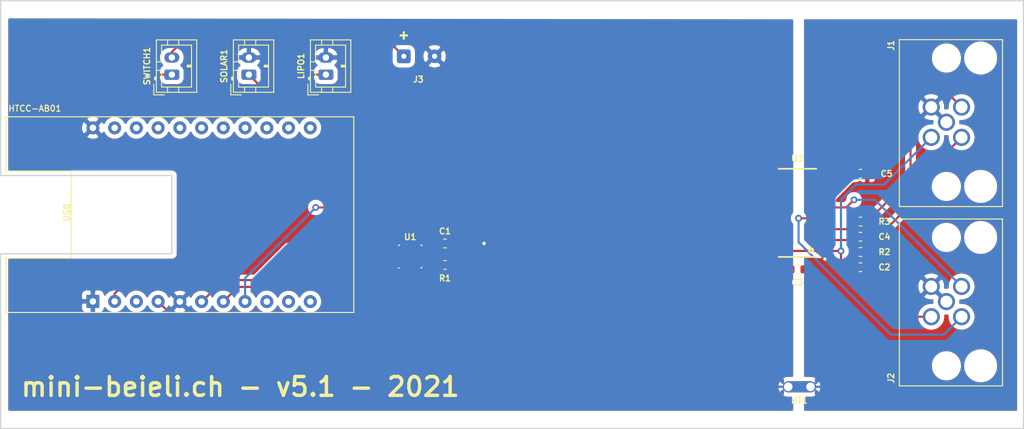
<source format=kicad_pcb>
(kicad_pcb
	(version 20240108)
	(generator "pcbnew")
	(generator_version "8.0")
	(general
		(thickness 1.6)
		(legacy_teardrops no)
	)
	(paper "A4")
	(layers
		(0 "F.Cu" signal)
		(31 "B.Cu" signal)
		(32 "B.Adhes" user "B.Adhesive")
		(33 "F.Adhes" user "F.Adhesive")
		(34 "B.Paste" user)
		(35 "F.Paste" user)
		(36 "B.SilkS" user "B.Silkscreen")
		(37 "F.SilkS" user "F.Silkscreen")
		(38 "B.Mask" user)
		(39 "F.Mask" user)
		(40 "Dwgs.User" user "User.Drawings")
		(41 "Cmts.User" user "User.Comments")
		(42 "Eco1.User" user "User.Eco1")
		(43 "Eco2.User" user "User.Eco2")
		(44 "Edge.Cuts" user)
		(45 "Margin" user)
		(46 "B.CrtYd" user "B.Courtyard")
		(47 "F.CrtYd" user "F.Courtyard")
		(48 "B.Fab" user)
		(49 "F.Fab" user)
	)
	(setup
		(pad_to_mask_clearance 0.05)
		(allow_soldermask_bridges_in_footprints no)
		(aux_axis_origin 40 82.355)
		(grid_origin 40 82.355)
		(pcbplotparams
			(layerselection 0x00010f0_ffffffff)
			(plot_on_all_layers_selection 0x0000000_00000000)
			(disableapertmacros no)
			(usegerberextensions yes)
			(usegerberattributes no)
			(usegerberadvancedattributes no)
			(creategerberjobfile no)
			(dashed_line_dash_ratio 12.000000)
			(dashed_line_gap_ratio 3.000000)
			(svgprecision 4)
			(plotframeref no)
			(viasonmask no)
			(mode 1)
			(useauxorigin no)
			(hpglpennumber 1)
			(hpglpenspeed 20)
			(hpglpendiameter 15.000000)
			(pdf_front_fp_property_popups yes)
			(pdf_back_fp_property_popups yes)
			(dxfpolygonmode yes)
			(dxfimperialunits yes)
			(dxfusepcbnewfont yes)
			(psnegative no)
			(psa4output no)
			(plotreference yes)
			(plotvalue yes)
			(plotfptext yes)
			(plotinvisibletext no)
			(sketchpadsonfab no)
			(subtractmaskfromsilk no)
			(outputformat 1)
			(mirror no)
			(drillshape 0)
			(scaleselection 1)
			(outputdirectory "../pcbway-5.1/gerber/")
		)
	)
	(net 0 "")
	(net 1 "GND")
	(net 2 "/AGND")
	(net 3 "VS")
	(net 4 "/A_GREEN")
	(net 5 "/A_WHITE")
	(net 6 "/B_GREEN")
	(net 7 "/B_WHITE")
	(net 8 "/SDA")
	(net 9 "/SCL")
	(net 10 "/VEXT")
	(net 11 "/GPIO0")
	(net 12 "/AB_RED")
	(net 13 "Net-(R1-Pad2)")
	(net 14 "Net-(C4-Pad2)")
	(net 15 "Net-(C4-Pad1)")
	(net 16 "Net-(C5-Pad1)")
	(net 17 "Net-(J3-Pad1)")
	(net 18 "Net-(LIPO1-Pad1)")
	(footprint "Capacitor_SMD:C_0603_1608Metric" (layer "F.Cu") (at 140.462 63.5))
	(footprint "T4145015051-001:T4145015051-001" (layer "F.Cu") (at 150.495 46.56 90))
	(footprint "T4145015051-001:T4145015051-001" (layer "F.Cu") (at 150.495 67.515 90))
	(footprint "Resistor_SMD:R_0603_1608Metric" (layer "F.Cu") (at 140.462 61.722))
	(footprint "Connector_JST:JST_PH_B2B-PH-K_1x02_P2.00mm_Vertical" (layer "F.Cu") (at 69 41 90))
	(footprint "NetTie:NetTie-2_THT_Pad1.0mm" (layer "F.Cu") (at 134.62 77.47 180))
	(footprint "Capacitor_SMD:C_0603_1608Metric" (layer "F.Cu") (at 140.462 52.578))
	(footprint "Capacitor_SMD:C_0603_1608Metric" (layer "F.Cu") (at 140.462 59.944))
	(footprint "Resistor_SMD:R_0603_1608Metric" (layer "F.Cu") (at 140.462 58.166))
	(footprint "Capacitor_SMD:C_0603_1608Metric" (layer "F.Cu") (at 133.096 63.754))
	(footprint "Capacitor_SMD:C_0603_1608Metric" (layer "F.Cu") (at 91.916 60.722))
	(footprint "Resistor_SMD:R_0603_1608Metric" (layer "F.Cu") (at 91.916 63.232))
	(footprint "Package_LGA:Bosch_LGA-8_2.5x2.5mm_P0.65mm_ClockwisePinNumbering" (layer "F.Cu") (at 87.852 62.246 90))
	(footprint "SUPERCAP:HTCC-AB01" (layer "F.Cu") (at 60.938 57.355 90))
	(footprint "nau7802:SOIC127P700X210-16N" (layer "F.Cu") (at 133.096 57.15 180))
	(footprint "Connector_Wire:SolderWire-0.1sqmm_1x02_P3.6mm_D0.4mm_OD1mm" (layer "F.Cu") (at 87.1 38.855))
	(footprint "Connector_JST:JST_PH_B2B-PH-K_1x02_P2.00mm_Vertical" (layer "F.Cu") (at 78 41 90))
	(footprint "Connector_JST:JST_PH_B2B-PH-K_1x02_P2.00mm_Vertical" (layer "F.Cu") (at 60 41 90))
	(gr_line
		(start 40 82.355)
		(end 40 61.927)
		(stroke
			(width 0.15)
			(type solid)
		)
		(layer "Edge.Cuts")
		(uuid "00000000-0000-0000-0000-00005f48ebd2")
	)
	(gr_line
		(start 40 52.783)
		(end 40 32.355)
		(stroke
			(width 0.15)
			(type solid)
		)
		(layer "Edge.Cuts")
		(uuid "00000000-0000-0000-0000-00005f53bbb4")
	)
	(gr_line
		(start 40 52.783)
		(end 60 52.783)
		(stroke
			(width 0.15)
			(type solid)
		)
		(layer "Edge.Cuts")
		(uuid "00000000-0000-0000-0000-00005f53bbc4")
	)
	(gr_line
		(start 40 61.927)
		(end 60 61.927)
		(stroke
			(width 0.15)
			(type solid)
		)
		(layer "Edge.Cuts")
		(uuid "00000000-0000-0000-0000-00005f53bbd2")
	)
	(gr_line
		(start 60 61.927)
		(end 60 52.783)
		(stroke
			(width 0.15)
			(type solid)
		)
		(layer "Edge.Cuts")
		(uuid "00000000-0000-0000-0000-00005f53bbdc")
	)
	(gr_line
		(start 159.5 82.355)
		(end 40 82.355)
		(stroke
			(width 0.15)
			(type solid)
		)
		(layer "Edge.Cuts")
		(uuid "a4f594fa-9816-4830-bfb5-c2928fbc2f05")
	)
	(gr_line
		(start 159.5 32.355)
		(end 159.5 82.355)
		(stroke
			(width 0.15)
			(type solid)
		)
		(layer "Edge.Cuts")
		(uuid "aae3e431-f32d-4831-b4b5-c5c9dfe1abe2")
	)
	(gr_line
		(start 40 32.355)
		(end 159.5 32.355)
		(stroke
			(width 0.15)
			(type solid)
		)
		(layer "Edge.Cuts")
		(uuid "b327b9da-90f7-4d21-a730-14b5fc667ece")
	)
	(gr_text "mini-beieli.ch - v5.1 - 2021"
		(at 68 77.47 0)
		(layer "F.SilkS")
		(uuid "00000000-0000-0000-0000-00005f538405")
		(effects
			(font
				(size 2.2 2.2)
				(thickness 0.4)
			)
		)
	)
	(gr_text "+"
		(at 87.1 36.355 0)
		(layer "F.SilkS")
		(uuid "eb995510-27b5-4348-b3d2-2b5a38fc3b98")
		(effects
			(font
				(size 1 1)
				(thickness 0.25)
			)
		)
	)
	(segment
		(start 96.478 60.722)
		(end 96.622 60.722)
		(width 0.25)
		(layer "F.Cu")
		(net 1)
		(uuid "00000000-0000-0000-0000-00005fe5012a")
	)
	(segment
		(start 92.7035 60.722)
		(end 96.478 60.722)
		(width 0.25)
		(layer "F.Cu")
		(net 1)
		(uuid "37194146-0a95-466f-ac25-f3fe71265817")
	)
	(segment
		(start 87.880588 63.221)
		(end 88.530588 62.571)
		(width 0.25)
		(layer "F.Cu")
		(net 1)
		(uuid "5d780b17-ec68-457e-a39f-60bf42fa80f7")
	)
	(segment
		(start 88.530588 62.571)
		(end 88.877 62.571)
		(width 0.25)
		(layer "F.Cu")
		(net 1)
		(uuid "6ba63b03-9c5d-4a91-9a00-a813b740e0e3")
	)
	(segment
		(start 86.827 63.221)
		(end 87.880588 63.221)
		(width 0.25)
		(layer "F.Cu")
		(net 1)
		(uuid "8e1ab2ab-0011-44fc-988c-2c11cb56388e")
	)
	(segment
		(start 132.02 77.47)
		(end 129.54 77.47)
		(width 0.25)
		(layer "F.Cu")
		(net 1)
		(uuid "dd24ddf4-5436-4477-b355-524d26f1fc98")
	)
	(via
		(at 96.478 60.722)
		(size 0.8)
		(drill 0.4)
		(layers "F.Cu" "B.Cu")
		(net 1)
		(uuid "26a22be7-66cb-47be-9d9b-c5db804b5ae0")
	)
	(segment
		(start 132.02 77.47)
		(end 129.54 77.47)
		(width 0.25)
		(layer "B.Cu")
		(net 1)
		(uuid "41aacf36-fba5-4625-b206-2da03801917e")
	)
	(segment
		(start 134.62 77.47)
		(end 137.668 77.47)
		(width 0.25)
		(layer "F.Cu")
		(net 2)
		(uuid "77808e40-f2d4-40ac-a83c-a8f1620016de")
	)
	(segment
		(start 134.62 77.47)
		(end 137.668 77.47)
		(width 0.25)
		(layer "B.Cu")
		(net 2)
		(uuid "c281f58e-c5df-451f-9721-7e315761e897")
	)
	(segment
		(start 72.355 44.355)
		(end 77.3 44.355)
		(width 0.25)
		(layer "F.Cu")
		(net 3)
		(uuid "12e608a3-dbd2-4cdc-af11-7310f9ad38d0")
	)
	(segment
		(start 55.9 64)
		(end 53.318 66.582)
		(width 0.25)
		(layer "F.Cu")
		(net 3)
		(uuid "1439b90d-b30f-4b66-abbd-f5ddce7501a3")
	)
	(segment
		(start 66.4 64)
		(end 55.9 64)
		(width 0.25)
		(layer "F.Cu")
		(net 3)
		(uuid "2487194a-ba55-482e-bb2d-66b08678e366")
	)
	(segment
		(start 78.9 51.5)
		(end 66.4 64)
		(width 0.25)
		(layer "F.Cu")
		(net 3)
		(uuid "477e9cda-46a3-4caa-971a-a5c43394d7ec")
	)
	(segment
		(start 78.9 45.955)
		(end 78.9 51.5)
		(width 0.25)
		(layer "F.Cu")
		(net 3)
		(uuid "7b04f8d7-09e3-435b-9957-4095460604a1")
	)
	(segment
		(start 69 41)
		(end 72.355 44.355)
		(width 0.25)
		(layer "F.Cu")
		(net 3)
		(uuid "a88284d0-44d0-4810-b804-9667e39b4620")
	)
	(segment
		(start 53.318 66.582)
		(end 53.318 67.495)
		(width 0.25)
		(layer "F.Cu")
		(net 3)
		(uuid "f539864a-fa25-44a4-92a3-a73628c82a37")
	)
	(segment
		(start 77.3 44.355)
		(end 78.9 45.955)
		(width 0.25)
		(layer "F.Cu")
		(net 3)
		(uuid "fccb21cd-2a4b-4b11-9885-683148342b1c")
	)
	(segment
		(start 146.304 43.942)
		(end 147.828 42.418)
		(width 0.25)
		(layer "F.Cu")
		(net 4)
		(uuid "41ace56c-372f-45cb-b10f-6f6a0f1f6a5a")
	)
	(segment
		(start 146.304 53.1115)
		(end 146.304 43.942)
		(width 0.25)
		(layer "F.Cu")
		(net 4)
		(uuid "81af99f0-9c71-4ec7-a44e-ff1adc8d3f78")
	)
	(segment
		(start 149.893 42.418)
		(end 152.265 44.79)
		(width 0.25)
		(layer "F.Cu")
		(net 4)
		(uuid "a813ef13-3867-433c-a088-e4fa17765290")
	)
	(segment
		(start 147.828 42.418)
		(end 149.893 42.418)
		(width 0.25)
		(layer "F.Cu")
		(net 4)
		(uuid "d5597e75-6bdb-46d5-aa02-8d4e7f02ad63")
	)
	(segment
		(start 141.2495 58.166)
		(end 146.304 53.1115)
		(width 0.25)
		(layer "F.Cu")
		(net 4)
		(uuid "e9dd064d-961c-4f03-8618-7d03ccc68596")
	)
	(segment
		(start 148.082 52.513)
		(end 152.265 48.33)
		(width 0.25)
		(layer "F.Cu")
		(net 5)
		(uuid "049f0d00-d529-4d53-b46d-d5eb60229e4a")
	)
	(segment
		(start 141.2495 61.247)
		(end 148.082 54.4145)
		(width 0.25)
		(layer "F.Cu")
		(net 5)
		(uuid "388fbb85-4d0c-4294-9796-aba739bf3e51")
	)
	(segment
		(start 141.2495 61.722)
		(end 141.2495 61.247)
		(width 0.25)
		(layer "F.Cu")
		(net 5)
		(uuid "c7ede46e-ecc0-4857-91ac-94802eb631ee")
	)
	(segment
		(start 148.082 54.4145)
		(end 148.082 52.513)
		(width 0.25)
		(layer "F.Cu")
		(net 5)
		(uuid "c7fbecf6-84f5-4657-bd38-5683e0a472ed")
	)
	(segment
		(start 139.7 55.626)
		(end 138.811 56.515)
		(width 0.25)
		(layer "F.Cu")
		(net 6)
		(uuid "7bcdb406-b534-414e-8c60-f0ac88342948")
	)
	(segment
		(start 138.811 56.515)
		(end 136.201 56.515)
		(width 0.25)
		(layer "F.Cu")
		(net 6)
		(uuid "d234b350-2c73-4846-9d82-e6a347df1f23")
	)
	(via
		(at 139.7 55.626)
		(size 0.8)
		(drill 0.4)
		(layers "F.Cu" "B.Cu")
		(net 6)
		(uuid "b4f0a201-635f-479b-8284-f538b597a626")
	)
	(segment
		(start 139.7 55.626)
		(end 139.7 55.626)
		(width 0.25)
		(layer "B.Cu")
		(net 6)
		(uuid "00000000-0000-0000-0000-00005f52f71c")
	)
	(segment
		(start 152.265 65.745)
		(end 142.146 55.626)
		(width 0.25)
		(layer "B.Cu")
		(net 6)
		(uuid "7001e2b8-491e-4333-b4d5-e85fd0eadec3")
	)
	(segment
		(start 142.146 55.626)
		(end 139.7 55.626)
		(width 0.25)
		(layer "B.Cu")
		(net 6)
		(uuid "ef45090f-f57f-43ad-84a2-d69a6cfc1375")
	)
	(segment
		(start 133.223 57.785)
		(end 133.223 57.785)
		(width 0.25)
		(layer "F.Cu")
		(net 7)
		(uuid "00000000-0000-0000-0000-00005f52f6a8")
	)
	(segment
		(start 133.223 57.785)
		(end 133.223 57.785)
		(width 0.25)
		(layer "F.Cu")
		(net 7)
		(uuid "00000000-0000-0000-0000-00005f52f6aa")
	)
	(segment
		(start 136.201 57.785)
		(end 133.223 57.785)
		(width 0.25)
		(layer "F.Cu")
		(net 7)
		(uuid "e536f03b-9a2d-45f8-a51d-cc8382e45a18")
	)
	(segment
		(start 152.265 69.731)
		(end 152.265 69.285)
		(width 0.25)
		(layer "F.Cu")
		(net 7)
		(uuid "f931b95b-dfd0-47e7-a128-45725da30efd")
	)
	(via
		(at 133.223 57.785)
		(size 0.8)
		(drill 0.4)
		(layers "F.Cu" "B.Cu")
		(net 7)
		(uuid "72b3577e-bf21-4991-afc7-d645967d9c99")
	)
	(via
		(at 133.223 57.785)
		(size 0.8)
		(drill 0.4)
		(layers "F.Cu" "B.Cu")
		(net 7)
		(uuid "c8f4cb99-2009-4500-b741-908b8752dac7")
	)
	(segment
		(start 133.223 57.785)
		(end 133.223 60.579)
		(width 0.25)
		(layer "B.Cu")
		(net 7)
		(uuid "00a3d329-54d8-4853-84f2-adf9f3e6e4b8")
	)
	(segment
		(start 133.223 60.579)
		(end 144.018 71.374)
		(width 0.25)
		(layer "B.Cu")
		(net 7)
		(uuid "35d9aee8-cc01-422f-b3b1-2f8e36222ea3")
	)
	(segment
		(start 150.176 71.374)
		(end 152.265 69.285)
		(width 0.25)
		(layer "B.Cu")
		(net 7)
		(uuid "5320b30d-3dfc-4431-a381-0d2d41ff2403")
	)
	(segment
		(start 144.018 71.374)
		(end 150.176 71.374)
		(width 0.25)
		(layer "B.Cu")
		(net 7)
		(uuid "f2b470d4-b5c9-48f9-9d0f-626d82c4eb56")
	)
	(segment
		(start 89.245 59.055)
		(end 129.991 59.055)
		(width 0.25)
		(layer "F.Cu")
		(net 8)
		(uuid "33267436-b8f8-4a8e-a627-c4053585bb39")
	)
	(segment
		(start 71.1 65.8)
		(end 74.979 61.921)
		(width 0.25)
		(layer "F.Cu")
		(net 8)
		(uuid "5c855376-87da-42d6-8107-6a702ca501a7")
	)
	(segment
		(start 87.337001 61.771001)
		(end 87.402001 61.706001)
		(width 0.25)
		(layer "F.Cu")
		(net 8)
		(uuid "66b801b4-3dfd-432d-a86d-ba4619e617f7")
	)
	(segment
		(start 86.827 61.921)
		(end 86.827 61.771001)
		(width 0.25)
		(layer "F.Cu")
		(net 8)
		(uuid "6e00df57-5fac-459c-bd0e-30db7955a895")
	)
	(segment
		(start 67.733 65.8)
		(end 71.1 65.8)
		(width 0.25)
		(layer "F.Cu")
		(net 8)
		(uuid "9d4a9c81-2fd9-4564-9496-a085ab179b87")
	)
	(segment
		(start 74.979 61.921)
		(end 86.827 61.921)
		(width 0.25)
		(layer "F.Cu")
		(net 8)
		(uuid "ae8c608d-a667-477a-9751-36f0aa7c326b")
	)
	(segment
		(start 87.402001 61.706001)
		(end 87.402001 60.897999)
		(width 0.25)
		(layer "F.Cu")
		(net 8)
		(uuid "c69331bb-5d14-4e9e-ab71-5d16367069ff")
	)
	(segment
		(start 87.402001 60.897999)
		(end 89.245 59.055)
		(width 0.25)
		(layer "F.Cu")
		(net 8)
		(uuid "d96167a4-c0d2-444f-b83f-a9df9522726b")
	)
	(segment
		(start 66.018 67.515)
		(end 67.733 65.8)
		(width 0.25)
		(layer "F.Cu")
		(net 8)
		(uuid "db9e05ca-b2d5-4862-b147-2540dc7d95bb")
	)
	(segment
		(start 86.827 61.771001)
		(end 87.337001 61.771001)
		(width 0.25)
		(layer "F.Cu")
		(net 8)
		(uuid "f281336d-5ebd-466d-8fc5-e347080298f0")
	)
	(segment
		(start 66.03641 65)
		(end 69.9 65)
		(width 0.25)
		(layer "F.Cu")
		(net 9)
		(uuid "10e3b525-59c4-4336-af09-90b4b86fafd2")
	)
	(segment
		(start 63.478 67.515)
		(end 63.52141 67.515)
		(width 0.25)
		(layer "F.Cu")
		(net 9)
		(uuid "3f6c2a37-9a77-4b94-a063-5a99727ffa54")
	)
	(segment
		(start 63.52141 67.515)
		(end 66.03641 65)
		(width 0.25)
		(layer "F.Cu")
		(net 9)
		(uuid "432783c9-c8b4-445a-9313-b43ae6a61ab6")
	)
	(segment
		(start 86.827 61.271)
		(end 86.827 60.173)
		(width 0.25)
		(layer "F.Cu")
		(net 9)
		(uuid "5ddfaaad-6e82-4b0e-8741-3b6072dead34")
	)
	(segment
		(start 89.215 57.785)
		(end 129.991 57.785)
		(width 0.25)
		(layer "F.Cu")
		(net 9)
		(uuid "6065bebc-8176-4433-a8a5-9f204c5e4832")
	)
	(segment
		(start 73.629 61.271)
		(end 86.827 61.271)
		(width 0.25)
		(layer "F.Cu")
		(net 9)
		(uuid "61cb7295-91a4-4c96-aa16-8f610a820186")
	)
	(segment
		(start 86.827 60.173)
		(end 89.215 57.785)
		(width 0.25)
		(layer "F.Cu")
		(net 9)
		(uuid "88267fb9-731c-462a-934a-e3443593dbdf")
	)
	(segment
		(start 69.9 65)
		(end 73.629 61.271)
		(width 0.25)
		(layer "F.Cu")
		(net 9)
		(uuid "b94f8f45-b316-4944-9f47-f3a40dd7b103")
	)
	(segment
		(start 91.1285 63.232)
		(end 91.92851 64.03201)
		(width 0.25)
		(layer "F.Cu")
		(net 10)
		(uuid "09eb241b-ce6d-4695-8f0b-9fd3a309ec04")
	)
	(segment
		(start 88.516998 61.921)
		(end 88.877 61.921)
		(width 0.25)
		(layer "F.Cu")
		(net 10)
		(uuid "14a8c16e-9c57-4b7e-b4ef-f683ebaa2e37")
	)
	(segment
		(start 86.827 62.571)
		(end 87.327 62.571)
		(width 0.25)
		(layer "F.Cu")
		(net 10)
		(uuid "20a88f6e-1502-40a6-b80d-eeb4163967cd")
	)
	(segment
		(start 91.1175 63.221)
		(end 91.1285 63.232)
		(width 0.25)
		(layer "F.Cu")
		(net 10)
		(uuid "21c27580-13c6-4e61-983b-33478285d095")
	)
	(segment
		(start 87.977 61.921)
		(end 88.877 61.921)
		(width 0.25)
		(layer "F.Cu")
		(net 10)
		(uuid "2260bae7-e33e-4be6-bcea-197acb3466e8")
	)
	(segment
		(start 58.398 67.495)
		(end 60.603 69.7)
		(width 0.25)
		(layer "F.Cu")
		(net 10)
		(uuid "3139e208-1398-4685-8344-59e67b8801fe")
	)
	(segment
		(start 87.977 61.160998)
		(end 88.415998 60.722)
		(width 0.25)
		(layer "F.Cu")
		(net 10)
		(uuid "4a396209-b6ff-4c45-806d-3345fbf711b2")
	)
	(segment
		(start 128.841 60.325)
		(end 129.991 60.325)
		(width 0.25)
		(layer "F.Cu")
		(net 10)
		(uuid "5904e056-a16d-458a-9003-6c6e6b06e475")
	)
	(segment
		(start 87.977 61.921)
		(end 87.977 61.160998)
		(width 0.25)
		(layer "F.Cu")
		(net 10)
		(uuid "5ac9f604-4573-4928-9811-03c19e898ac5")
	)
	(segment
		(start 86.466998 62.571)
		(end 86.827 62.571)
		(width 0.25)
		(layer "F.Cu")
		(net 10)
		(uuid "75d6ae97-1890-44cd-8640-1bc8b154ee63")
	)
	(segment
		(start 79.337998 69.7)
		(end 86.466998 62.571)
		(width 0.25)
		(layer "F.Cu")
		(net 10)
		(uuid "79aa5f72-a6bd-4bd9-bf08-0162d9913e9e")
	)
	(segment
		(start 88.415998 60.722)
		(end 91.1285 60.722)
		(width 0.25)
		(layer "F.Cu")
		(net 10)
		(uuid "7e8ceea2-b6e3-48e6-87d6-be0e939860bd")
	)
	(segment
		(start 91.92851 64.03201)
		(end 91.93201 64.03201)
		(width 0.25)
		(layer "F.Cu")
		(net 10)
		(uuid "84163b9e-4f7f-4a6d-b64a-cfe80022d265")
	)
	(segment
		(start 60.603 69.7)
		(end 79.337998 69.7)
		(width 0.25)
		(layer "F.Cu")
		(net 10)
		(uuid "98126b2d-b219-4a73-bc31-ccdfd27c4b76")
	)
	(segment
		(start 88.877 63.221)
		(end 91.1175 63.221)
		(width 0.25)
		(layer "F.Cu")
		(net 10)
		(uuid "adc7840e-7510-4abd-8b81-4bd96ad8a5bf")
	)
	(segment
		(start 88.877 61.921)
		(end 89.8175 61.921)
		(width 0.25)
		(layer "F.Cu")
		(net 10)
		(uuid "b13877fe-77ef-4011-8314-ee9f3c2355c6")
	)
	(segment
		(start 87.327 62.571)
		(end 87.977 61.921)
		(width 0.25)
		(layer "F.Cu")
		(net 10)
		(uuid "baec713e-66cf-44f7-b1da-32c3cabb91f4")
	)
	(segment
		(start 91.154 63.2575)
		(end 91.1285 63.232)
		(width 0.25)
		(layer "F.Cu")
		(net 10)
		(uuid "cd5c1747-ce90-4442-a40c-1651155642a9")
	)
	(segment
		(start 89.8175 61.921)
		(end 91.1285 63.232)
		(width 0.25)
		(layer "F.Cu")
		(net 10)
		(uuid "d3090af8-aded-48f2-837a-d45e9794280f")
	)
	(segment
		(start 92.9 65)
		(end 124.166 65)
		(width 0.25)
		(layer "F.Cu")
		(net 10)
		(uuid "d48d72d1-b07f-49cc-9d14-06b113f557a8")
	)
	(segment
		(start 124.166 65)
		(end 128.841 60.325)
		(width 0.25)
		(layer "F.Cu")
		(net 10)
		(uuid "e25ca819-5fc8-46c6-a9bc-bf213cab6f5c")
	)
	(segment
		(start 91.93201 64.03201)
		(end 92.9 65)
		(width 0.25)
		(layer "F.Cu")
		(net 10)
		(uuid "ee7df61b-e39a-431d-ab1d-5a35f31b7f52")
	)
	(segment
		(start 76.815 56.515)
		(end 76.815 56.515)
		(width 0.25)
		(layer "F.Cu")
		(net 11)
		(uuid "00000000-0000-0000-0000-00005fe500d1")
	)
	(segment
		(start 129.991 56.515)
		(end 76.815 56.515)
		(width 0.25)
		(layer "F.Cu")
		(net 11)
		(uuid "b3ac1da0-15ae-47e5-b647-bb3235f39a19")
	)
	(via
		(at 76.815 56.515)
		(size 0.8)
		(drill 0.4)
		(layers "F.Cu" "B.Cu")
		(net 11)
		(uuid "44ece2f3-fc62-4d64-b03a-3d8f760609b8")
	)
	(segment
		(start 68.558 67.515)
		(end 68.558 64.772)
		(width 0.25)
		(layer "B.Cu")
		(net 11)
		(uuid "37fcd2f3-c28f-4366-be7f-94c542f70ddf")
	)
	(segment
		(start 68.558 64.772)
		(end 76.815 56.515)
		(width 0.25)
		(layer "B.Cu")
		(net 11)
		(uuid "796f5602-65a4-4ab5-9071-8cc2bc2be131")
	)
	(segment
		(start 131.572 63.754)
		(end 132.3085 63.754)
		(width 0.25)
		(layer "F.Cu")
		(net 12)
		(uuid "054075ca-0e92-4a11-97dc-57a6ab5ddd24")
	)
	(segment
		(start 138.938 63.5)
		(end 139.6745 63.5)
		(width 0.25)
		(layer "F.Cu")
		(net 12)
		(uuid "0e30578c-4449-4905-93f0-71cf7c9822be")
	)
	(segment
		(start 129.991 62.173)
		(end 131.572 63.754)
		(width 0.25)
		(layer "F.Cu")
		(net 12)
		(uuid "14e6e734-00de-46e8-bb2d-19ad352e6a70")
	)
	(segment
		(start 136.201 61.595)
		(end 137.7695 61.595)
		(width 0.25)
		(layer "F.Cu")
		(net 12)
		(uuid "4f9aa632-0e29-475b-8a14-f9cb5899da28")
	)
	(segment
		(start 138.176 62.738)
		(end 138.938 63.5)
		(width 0.25)
		(layer "F.Cu")
		(net 12)
		(uuid "532831b6-f3a0-4ac3-84a2-91858f9ae8a5")
	)
	(segment
		(start 138.176 61.60775)
		(end 138.176 62.738)
		(width 0.25)
		(layer "F.Cu")
		(net 12)
		(uuid "667369dc-4a11-404e-9640-cc3f6c0bd428")
	)
	(segment
		(start 139.6745 63.5)
		(end 139.6745 63.7285)
		(width 0.25)
		(layer "F.Cu")
		(net 12)
		(uuid "9d509020-fe6a-4588-bf44-d2c34d5ee68b")
	)
	(segment
		(start 145.4595 69.285)
		(end 148.725 69.285)
		(width 0.25)
		(layer "F.Cu")
		(net 12)
		(uuid "a21ab933-39d3-46b4-addd-c49650743661")
	)
	(segment
		(start 137.7695 61.595)
		(end 137.78225 61.60775)
		(width 0.25)
		(layer "F.Cu")
		(net 12)
		(uuid "b80d4be7-8c62-4857-b078-77e0f7a90edf")
	)
	(segment
		(start 139.6745 63.5)
		(end 145.4595 69.285)
		(width 0.25)
		(layer "F.Cu")
		(net 12)
		(uuid "d4028f63-13dc-4e16-a35c-bc7f7161aa2a")
	)
	(segment
		(start 129.991 61.595)
		(end 129.991 61.6905)
		(width 0.25)
		(layer "F.Cu")
		(net 12)
		(uuid "e26e7ed1-4efa-48b3-964d-ac72b6632b18")
	)
	(segment
		(start 129.991 61.595)
		(end 129.991 62.173)
		(width 0.25)
		(layer "F.Cu")
		(net 12)
		(uuid "ef1ee6d4-8f83-4d6e-947a-34f49ee63b46")
	)
	(segment
		(start 129.991 61.595)
		(end 136.201 61.595)
		(width 0.25)
		(layer "F.Cu")
		(net 12)
		(uuid "f65400c2-90fc-40ad-8632-497a934cb95f")
	)
	(via
		(at 138.176 61.60775)
		(size 0.8)
		(drill 0.4)
		(layers "F.Cu" "B.Cu")
		(net 12)
		(uuid "925b2d74-0e35-40f2-a00d-deb8276f077f")
	)
	(segment
		(start 138.176 61.60775)
		(end 138.176 55.626)
		(width 0.25)
		(layer "B.Cu")
		(net 12)
		(uuid "446bccf4-868c-419f-96c2-225d0df3735d")
	)
	(segment
		(start 138.176 55.626)
		(end 139.954 53.848)
		(width 0.25)
		(layer "B.Cu")
		(net 12)
		(uuid "4be8be88-4d5c-4c4c-ab55-bed3c576c1d4")
	)
	(segment
		(start 143.207 53.848)
		(end 148.725 48.33)
		(width 0.25)
		(layer "B.Cu")
		(net 12)
		(uuid "50fb460a-46fd-4105-8ad0-fb1fbb842da5")
	)
	(segment
		(start 139.954 53.848)
		(end 143.207 53.848)
		(width 0.25)
		(layer "B.Cu")
		(net 12)
		(uuid "e27ba909-5cb1-4301-b8d4-adb7016abd79")
	)
	(segment
		(start 92.7035 63.232)
		(end 92.7035 62.7795)
		(width 0.25)
		(layer "F.Cu")
		(net 13)
		(uuid "2d978048-15db-4341-81c8-af457e40bda8")
	)
	(segment
		(start 88.877 61.271)
		(end 90.179 61.271)
		(width 0.25)
		(layer "F.Cu")
		(net 13)
		(uuid "a3c283d5-c726-4e9c-855a-6c2343d96932")
	)
	(segment
		(start 91.916 61.992)
		(end 90.9 61.992)
		(width 0.25)
		(layer "F.Cu")
		(net 13)
		(uuid "cecbd179-19be-485a-92ef-c593a3b113ee")
	)
	(segment
		(start 90.9 61.992)
		(end 90.179 61.271)
		(width 0.25)
		(layer "F.Cu")
		(net 13)
		(uuid "da8e5541-003e-4d09-a668-127f41e070c8")
	)
	(segment
		(start 92.7035 62.7795)
		(end 91.916 61.992)
		(width 0.25)
		(layer "F.Cu")
		(net 13)
		(uuid "e70a8996-5cde-4a73-a684-f23fc931e501")
	)
	(segment
		(start 138.7855 59.055)
		(end 139.6745 58.166)
		(width 0.25)
		(layer "F.Cu")
		(net 14)
		(uuid "22aed87d-fb9f-4704-a2e3-056a537eec21")
	)
	(segment
		(start 136.201 59.055)
		(end 138.7855 59.055)
		(width 0.25)
		(layer "F.Cu")
		(net 14)
		(uuid "4814749b-900f-424f-974e-81a0239a1636")
	)
	(segment
		(start 139.6745 58.369)
		(end 141.2495 59.944)
		(width 0.25)
		(layer "F.Cu")
		(net 14)
		(uuid "8e661f47-294a-4ace-bf00-31b9965ceff6")
	)
	(segment
		(start 139.6745 58.166)
		(end 139.6745 58.369)
		(width 0.25)
		(layer "F.Cu")
		(net 14)
		(uuid "f8ccda83-1cfb-406f-be70-596ce54214c7")
	)
	(segment
		(start 139.6745 59.944)
		(end 139.6745 61.722)
		(width 0.25)
		(layer "F.Cu")
		(net 15)
		(uuid "2c26f89e-0f01-43df-be06-aaaf006021f3")
	)
	(segment
		(start 136.201 60.325)
		(end 139.2935 60.325)
		(width 0.25)
		(layer "F.Cu")
		(net 15)
		(uuid "b3bface0-5e99-4160-a886-ecf54be03160")
	)
	(segment
		(start 139.2935 60.325)
		(end 139.6745 59.944)
		(width 0.25)
		(layer "F.Cu")
		(net 15)
		(uuid "ca85dd50-12ea-47df-b958-cc47159c664d")
	)
	(segment
		(start 136.201 55.245)
		(end 137.0075 55.245)
		(width 0.25)
		(layer "F.Cu")
		(net 16)
		(uuid "33b7ea5a-81ca-4bd1-932a-6c410418897d")
	)
	(segment
		(start 137.0075 55.245)
		(end 139.6745 52.578)
		(width 0.25)
		(layer "F.Cu")
		(net 16)
		(uuid "459f808a-f260-4f45-87b7-82da15318dd0")
	)
	(segment
		(start 60 36.055)
		(end 84.3 36.055)
		(width 0.25)
		(layer "F.Cu")
		(net 17)
		(uuid "050c7c22-8849-45b5-b77f-ddc46b43f83a")
	)
	(segment
		(start 60 41)
		(end 58.445 41)
		(width 0.25)
		(layer "F.Cu")
		(net 17)
		(uuid "1fb98642-a5ab-4323-ab38-eaa26d7ab9cc")
	)
	(segment
		(start 58.1 37.955)
		(end 60 36.055)
		(width 0.25)
		(layer "F.Cu")
		(net 17)
		(uuid "463f9727-9a0e-4b04-b0fe-2455f37002d5")
	)
	(segment
		(start 58.1 40.655)
		(end 58.1 37.955)
		(width 0.25)
		(layer "F.Cu")
		(net 17)
		(uuid "b812b487-d65b-4552-9177-6a9d2348be57")
	)
	(segment
		(start 58.445 41)
		(end 58.1 40.655)
		(width 0.25)
		(layer "F.Cu")
		(net 17)
		(uuid "cc89d59d-c8fa-4ac9-8d49-98b49dc43877")
	)
	(segment
		(start 84.3 36.055)
		(end 87.1 38.855)
		(width 0.25)
		(layer "F.Cu")
		(net 17)
		(uuid "f6115a2e-4fb9-4591-9641-aa83d2745435")
	)
	(segment
		(start 73.1 37.555)
		(end 76.545 41)
		(width 0.25)
		(layer "F.Cu")
		(net 18)
		(uuid "49b5b352-66ee-4ab2-ab9c-f91e2e8e5e4a")
	)
	(segment
		(start 76.545 41)
		(end 78 41)
		(width 0.25)
		(layer "F.Cu")
		(net 18)
		(uuid "5589b8b3-6d26-4958-9c1d-05269f03fb0c")
	)
	(segment
		(start 60.8 37.555)
		(end 73.1 37.555)
		(width 0.25)
		(layer "F.Cu")
		(net 18)
		(uuid "96dde38a-702f-4e58-b654-02115a78b87c")
	)
	(segment
		(start 60 38.355)
		(end 60.8 37.555)
		(width 0.25)
		(layer "F.Cu")
		(net 18)
		(uuid "9fc2f370-f51c-47ae-9337-3a556ab949bb")
	)
	(segment
		(start 60 39)
		(end 60 38.355)
		(width 0.25)
		(layer "F.Cu")
		(net 18)
		(uuid "b6c0ab8c-7222-43a5-a271-f27328d6a90c")
	)
	(zone
		(net 1)
		(net_name "GND")
		(layer "F.Cu")
		(uuid "00000000-0000-0000-0000-00005fe76030")
		(hatch edge 0.508)
		(connect_pads
			(clearance 0.508)
		)
		(min_thickness 0.254)
		(filled_areas_thickness no)
		(fill yes
			(thermal_gap 0.508)
			(thermal_bridge_width 0.508)
		)
		(polygon
			(pts
				(xy 132.588 80.264) (xy 40.894 80.264) (xy 40.894 48.514) (xy 40.894 34.544) (xy 132.588 34.544)
			)
		)
		(filled_polygon
			(layer "F.Cu")
			(pts
				(xy 132.509601 34.553667) (xy 132.550803 34.581197) (xy 132.578333 34.622399) (xy 132.588 34.671)
				(xy 132.588 57.083289) (xy 132.578333 57.13189) (xy 132.550803 57.173092) (xy 132.517708 57.206186)
				(xy 132.418341 57.354899) (xy 132.349893 57.520147) (xy 132.315 57.69557) (xy 132.315 57.874429)
				(xy 132.349893 58.049852) (xy 132.418341 58.2151) (xy 132.517708 58.363813) (xy 132.550803 58.396908)
				(xy 132.578333 58.43811) (xy 132.588 58.486711) (xy 132.588 60.835) (xy 132.578333 60.883601) (xy 132.550803 60.924803)
				(xy 132.509601 60.952333) (xy 132.461 60.962) (xy 131.496937 60.962) (xy 131.448336 60.952333) (xy 131.407134 60.924803)
				(xy 131.379604 60.883601) (xy 131.369937 60.835) (xy 131.375406 60.798133) (xy 131.391648 60.744588)
				(xy 131.402072 60.638755) (xy 131.402072 60.011244) (xy 131.391648 59.905409) (xy 131.362602 59.809658)
				(xy 131.330644 59.749869) (xy 131.316259 59.702449) (xy 131.321115 59.653135) (xy 131.330644 59.630131)
				(xy 131.362602 59.570341) (xy 131.391648 59.47459) (xy 131.402072 59.368755) (xy 131.402072 58.741244)
				(xy 131.391648 58.635409) (xy 131.362602 58.539658) (xy 131.330644 58.479869) (xy 131.316259 58.432449)
				(xy 131.321115 58.383135) (xy 131.330644 58.360131) (xy 131.362602 58.300341) (xy 131.391648 58.20459)
				(xy 131.402072 58.098755) (xy 131.402072 57.471244) (xy 131.391648 57.365409) (xy 131.362602 57.269658)
				(xy 131.330644 57.209869) (xy 131.316259 57.162449) (xy 131.321115 57.113135) (xy 131.330644 57.090131)
				(xy 131.362602 57.030341) (xy 131.391648 56.93459) (xy 131.402072 56.828755) (xy 131.402072 56.201244)
				(xy 131.391648 56.095409) (xy 131.362602 55.999658) (xy 131.330644 55.939869) (xy 131.316259 55.892449)
				(xy 131.321115 55.843135) (xy 131.330644 55.820131) (xy 131.362602 55.760341) (xy 131.391648 55.66459)
				(xy 131.402072 55.558755) (xy 131.402072 54.931244) (xy 131.391648 54.825409) (xy 131.362602 54.729658)
				(xy 131.330644 54.669869) (xy 131.316259 54.622449) (xy 131.321115 54.573135) (xy 131.330644 54.550131)
				(xy 131.362602 54.490341) (xy 131.391648 54.39459) (xy 131.402072 54.288755) (xy 131.402072 53.661244)
				(xy 131.391648 53.555409) (xy 131.362602 53.459658) (xy 131.330644 53.399869) (xy 131.316259 53.352449)
				(xy 131.321115 53.303135) (xy 131.330644 53.280131) (xy 131.362602 53.220341) (xy 131.391648 53.12459)
				(xy 131.39959 53.043946) (xy 131.314644 52.959) (xy 130.182066 52.959) (xy 130.166601 52.969333)
				(xy 130.118 52.979) (xy 129.864 52.979) (xy 129.815399 52.969333) (xy 129.799934 52.959) (xy 128.667356 52.959)
				(xy 128.582409 53.043946) (xy 128.590351 53.12459) (xy 128.619397 53.220341) (xy 128.651356 53.280131)
				(xy 128.665741 53.327551) (xy 128.660885 53.376865) (xy 128.651356 53.399869) (xy 128.619397 53.459658)
				(xy 128.590351 53.555409) (xy 128.579928 53.661244) (xy 128.579928 54.288755) (xy 128.590351 54.39459)
				(xy 128.619397 54.490341) (xy 128.651356 54.550131) (xy 128.665741 54.597551) (xy 128.660885 54.646865)
				(xy 128.651356 54.669869) (xy 128.619397 54.729658) (xy 128.590351 54.825409) (xy 128.579928 54.931244)
				(xy 128.579928 55.558755) (xy 128.590351 55.664588) (xy 128.606594 55.718133) (xy 128.611452 55.767448)
				(xy 128.597067 55.814867) (xy 128.565631 55.853172) (xy 128.52193 55.876531) (xy 128.485063 55.882)
				(xy 77.518711 55.882) (xy 77.47011 55.872333) (xy 77.428908 55.844803) (xy 77.393813 55.809708)
				(xy 77.2451 55.710341) (xy 77.079852 55.641893) (xy 76.90443 55.607) (xy 76.72557 55.607) (xy 76.550147 55.641893)
				(xy 76.384899 55.710341) (xy 76.236186 55.809708) (xy 76.109708 55.936186) (xy 76.010341 56.084899)
				(xy 75.941893 56.250147) (xy 75.907 56.42557) (xy 75.907 56.604429) (xy 75.941893 56.779852) (xy 76.010341 56.9451)
				(xy 76.109708 57.093813) (xy 76.236186 57.220291) (xy 76.384899 57.319658) (xy 76.550147 57.388106)
				(xy 76.72557 57.423) (xy 76.90443 57.423) (xy 77.079852 57.388106) (xy 77.2451 57.319658) (xy 77.393813 57.220291)
				(xy 77.428908 57.185197) (xy 77.47011 57.157667) (xy 77.518711 57.148) (xy 88.650198 57.148) (xy 88.698799 57.157667)
				(xy 88.740001 57.185197) (xy 88.767531 57.226399) (xy 88.777198 57.275) (xy 88.767531 57.323601)
				(xy 88.740001 57.364803) (xy 86.405801 59.699004) (xy 86.396566 59.707373) (xy 86.377236 59.723235)
				(xy 86.361374 59.742565) (xy 86.361373 59.742566) (xy 86.298134 59.819621) (xy 86.239354 59.92959)
				(xy 86.218341 59.998865) (xy 86.203159 60.048913) (xy 86.193389 60.148115) (xy 86.190938 60.172999)
				(xy 86.193389 60.197883) (xy 86.194001 60.210332) (xy 86.194001 60.511) (xy 86.184334 60.559601)
				(xy 86.156804 60.600803) (xy 86.115602 60.628333) (xy 86.067001 60.638) (xy 73.666322 60.638) (xy 73.653874 60.637388)
				(xy 73.628999 60.634938) (xy 73.604124 60.637388) (xy 73.604106 60.637388) (xy 73.504915 60.647158)
				(xy 73.385588 60.683355) (xy 73.275621 60.742134) (xy 73.198563 60.805374) (xy 73.19856 60.805377)
				(xy 73.179235 60.821235) (xy 73.163377 60.84056) (xy 73.155008 60.849795) (xy 69.675002 64.329803)
				(xy 69.6338 64.357333) (xy 69.585199 64.367) (xy 67.234801 64.367) (xy 67.1862 64.357333) (xy 67.144998 64.329803)
				(xy 67.117468 64.288601) (xy 67.107801 64.24) (xy 67.117468 64.191399) (xy 67.144998 64.150197)
				(xy 78.929142 52.366053) (xy 128.582409 52.366053) (xy 128.667356 52.451) (xy 129.737 52.451) (xy 129.737 51.961356)
				(xy 130.245 51.961356) (xy 130.245 52.451) (xy 131.314644 52.451) (xy 131.39959 52.366053) (xy 131.391648 52.285409)
				(xy 131.362603 52.189659) (xy 131.315428 52.101402) (xy 131.251948 52.024051) (xy 131.174597 51.960571)
				(xy 131.08634 51.913396) (xy 130.99059 51.884351) (xy 130.885068 51.873958) (xy 130.329619 51.876736)
				(xy 130.245 51.961356) (xy 129.737 51.961356) (xy 129.65238 51.876736) (xy 129.096931 51.873958)
				(xy 128.991409 51.884351) (xy 128.895659 51.913396) (xy 128.807402 51.960571) (xy 128.730051 52.024051)
				(xy 128.666571 52.101402) (xy 128.619396 52.189659) (xy 128.590351 52.285409) (xy 128.582409 52.366053)
				(xy 78.929142 52.366053) (xy 78.999998 52.295197) (xy 78.999999 52.295197) (xy 79.321201 51.973996)
				(xy 79.330435 51.965627) (xy 79.349764 51.949764) (xy 79.428865 51.853379) (xy 79.487644 51.743411)
				(xy 79.523841 51.624084) (xy 79.533612 51.524885) (xy 79.536062 51.5) (xy 79.533612 51.475115) (xy 79.533 51.462667)
				(xy 79.533 45.992325) (xy 79.533611 45.979877) (xy 79.536061 45.955) (xy 79.533611 45.930123) (xy 79.533609 45.930086)
				(xy 79.523841 45.830915) (xy 79.487644 45.711588) (xy 79.428865 45.60162) (xy 79.349764 45.505236)
				(xy 79.330437 45.489375) (xy 79.321201 45.481005) (xy 77.774001 43.933806) (xy 77.765632 43.924571)
				(xy 77.749764 43.905235) (xy 77.653379 43.826134) (xy 77.543411 43.767355) (xy 77.424084 43.731158)
				(xy 77.324896 43.721389) (xy 77.324873 43.721388) (xy 77.3 43.718938) (xy 77.275127 43.721388) (xy 77.262678 43.722)
				(xy 72.669802 43.722) (xy 72.621201 43.712333) (xy 72.579999 43.684803) (xy 70.415355 41.520159)
				(xy 70.387825 41.478957) (xy 70.378158 41.430356) (xy 70.378769 41.417908) (xy 70.386072 41.343756)
				(xy 70.386072 40.656233) (xy 70.370846 40.501641) (xy 70.327573 40.358988) (xy 70.257296 40.227509)
				(xy 70.162725 40.112274) (xy 70.037819 40.009767) (xy 70.038694 40.0087) (xy 70.015421 39.9896)
				(xy 69.992062 39.945897) (xy 69.987206 39.896583) (xy 70.001591 39.849164) (xy 70.023406 39.819617)
				(xy 70.139084 39.702939) (xy 70.259619 39.520857) (xy 70.332744 39.342148) (xy 70.275062 39.254)
				(xy 69.191066 39.254) (xy 69.175601 39.264333) (xy 69.127 39.274) (xy 68.873 39.274) (xy 68.824399 39.264333)
				(xy 68.808934 39.254) (xy 67.724938 39.254) (xy 67.667255 39.342148) (xy 67.74038 39.520857) (xy 67.860915 39.702939)
				(xy 67.976594 39.819617) (xy 68.003947 39.860937) (xy 68.013405 39.909579) (xy 68.003529 39.958138)
				(xy 67.975822 39.999221) (xy 67.961938 40.009471) (xy 67.962181 40.009767) (xy 67.837274 40.112274)
				(xy 67.742703 40.227509) (xy 67.672426 40.358988) (xy 67.629153 40.501641) (xy 67.613928 40.656233)
				(xy 67.613928 41.343766) (xy 67.629153 41.498358) (xy 67.672426 41.641011) (xy 67.742703 41.77249)
				(xy 67.837274 41.887725) (xy 67.952509 41.982296) (xy 68.083988 42.052573) (xy 68.226641 42.095846)
				(xy 68.381233 42.111072) (xy 69.163271 42.111072) (xy 69.211872 42.120739) (xy 69.253074 42.148269)
				(xy 71.881003 44.776199) (xy 71.889372 44.785434) (xy 71.905235 44.804763) (xy 71.924565 44.820627)
				(xy 72.00162 44.883865) (xy 72.111588 44.942644) (xy 72.230915 44.978841) (xy 72.355 44.991062)
				(xy 72.379885 44.988612) (xy 72.392333 44.988) (xy 76.985199 44.988) (xy 77.0338 44.997667) (xy 77.075002 45.025197)
				(xy 78.229803 46.179999) (xy 78.257333 46.221201) (xy 78.267 46.269802) (xy 78.267001 51.185197)
				(xy 78.257334 51.233798) (xy 78.229804 51.275) (xy 66.175002 63.329803) (xy 66.1338 63.357333) (xy 66.085199 63.367)
				(xy 55.937322 63.367) (xy 55.924874 63.366388) (xy 55.899999 63.363938) (xy 55.875124 63.366388)
				(xy 55.875106 63.366388) (xy 55.775915 63.376158) (xy 55.656588 63.412355) (xy 55.54662 63.471134)
				(xy 55.469563 63.534374) (xy 55.46956 63.534377) (xy 55.450235 63.550235) (xy 55.434377 63.56956)
				(xy 55.426008 63.578795) (xy 52.896806 66.107999) (xy 52.887571 66.116368) (xy 52.868236 66.132235)
				(xy 52.834936 66.172813) (xy 52.834935 66.172814) (xy 52.789134 66.228621) (xy 52.747116 66.307232)
				(xy 52.727353 66.344207) (xy 52.695917 66.382512) (xy 52.685905 66.389938) (xy 52.508425 66.508525)
				(xy 52.331524 66.685426) (xy 52.279676 66.763023) (xy 52.244637 66.798062) (xy 52.198856 66.817025)
				(xy 52.149303 66.817025) (xy 52.103522 66.798061) (xy 52.068483 66.763022) (xy 52.04952 66.717241)
				(xy 52.047692 66.704913) (xy 52.04065 66.633414) (xy 52.011603 66.537659) (xy 51.964428 66.449402)
				(xy 51.900948 66.372051) (xy 51.823597 66.308571) (xy 51.73534 66.261396) (xy 51.63959 66.232351)
				(xy 51.534161 66.221967) (xy 51.116695 66.22466) (xy 51.032 66.309356) (xy 51.032 67.303934) (xy 51.042333 67.319399)
				(xy 51.052 67.368) (xy 51.052 67.622) (xy 51.042333 67.670601) (xy 51.032 67.686065) (xy 51.032 68.680644)
				(xy 51.116695 68.765339) (xy 51.534161 68.768032) (xy 51.63959 68.757648) (xy 51.73534 68.728603)
				(xy 51.823597 68.681428) (xy 51.900948 68.617948) (xy 51.964428 68.540597) (xy 52.011603 68.45234)
				(xy 52.04065 68.356585) (xy 52.047692 68.285087) (xy 52.062076 68.237668) (xy 52.093512 68.199363)
				(xy 52.137214 68.176004) (xy 52.186528 68.171147) (xy 52.233947 68.185531) (xy 52.272252 68.216967)
				(xy 52.279676 68.226977) (xy 52.331524 68.304573) (xy 52.508423 68.481472) (xy 52.716431 68.620459)
				(xy 52.947555 68.716194) (xy 53.192917 68.765) (xy 53.443083 68.765) (xy 53.688444 68.716194) (xy 53.919568 68.620459)
				(xy 54.127576 68.481472) (xy 54.304472 68.304576) (xy 54.443459 68.096568) (xy 54.470667 68.030884)
				(xy 54.498198 67.989682) (xy 54.5394 67.962152) (xy 54.588 67.952485) (xy 54.636601 67.962152) (xy 54.677803 67.989683)
				(xy 54.705333 68.030884) (xy 54.73254 68.096568) (xy 54.871527 68.304576) (xy 55.048423 68.481472)
				(xy 55.256431 68.620459) (xy 55.487555 68.716194) (xy 55.732917 68.765) (xy 55.983083 68.765) (xy 56.228444 68.716194)
				(xy 56.459568 68.620459) (xy 56.667576 68.481472) (xy 56.844472 68.304576) (xy 56.983459 68.096568)
				(xy 57.010667 68.030884) (xy 57.038198 67.989682) (xy 57.0794 67.962152) (xy 57.128 67.952485) (xy 57.176601 67.962152)
				(xy 57.217803 67.989683) (xy 57.245333 68.030884) (xy 57.27254 68.096568) (xy 57.411527 68.304576)
				(xy 57.588423 68.481472) (xy 57.796431 68.620459) (xy 58.027555 68.716194) (xy 58.272917 68.765)
				(xy 58.523083 68.765) (xy 58.664794 68.736812) (xy 58.714347 68.736812) (xy 58.760128 68.755775)
				(xy 58.779373 68.771569) (xy 60.129004 70.1212) (xy 60.137373 70.130435) (xy 60.153235 70.149764)
				(xy 60.172565 70.165627) (xy 60.24962 70.228865) (xy 60.359587 70.287644) (xy 60.478915 70.323841)
				(xy 60.578105 70.333611) (xy 60.578125 70.333612) (xy 60.603 70.336061) (xy 60.627875 70.333612)
				(xy 60.640323 70.333) (xy 79.300676 70.333) (xy 79.313125 70.333612) (xy 79.337998 70.336061) (xy 79.362871 70.333612)
				(xy 79.362894 70.33361) (xy 79.462082 70.323841) (xy 79.581409 70.287644) (xy 79.691377 70.228865)
				(xy 79.787762 70.149764) (xy 79.80363 70.130429) (xy 79.811999 70.121194) (xy 86.113353 63.819842)
				(xy 86.154555 63.792312) (xy 86.203156 63.782645) (xy 86.251757 63.792312) (xy 86.280947 63.809258)
				(xy 86.305384 63.828194) (xy 86.394917 63.872877) (xy 86.491997 63.899386) (xy 86.496871 63.899772)
				(xy 86.577 63.819644) (xy 86.577 63.408801) (xy 86.586667 63.3602) (xy 86.614197 63.318998) (xy 86.638926 63.294269)
				(xy 86.680128 63.266739) (xy 86.728729 63.257072) (xy 86.95 63.257072) (xy 86.998601 63.266739)
				(xy 87.039803 63.294269) (xy 87.067333 63.335471) (xy 87.077 63.384072) (xy 87.077 63.819644) (xy 87.157128 63.899772)
				(xy 87.162002 63.899386) (xy 87.259082 63.872877) (xy 87.348612 63.828196) (xy 87.427716 63.766896)
				(xy 87.493332 63.691353) (xy 87.542954 63.604454) (xy 87.574475 63.510123) (xy 87.578702 63.474058)
				(xy 87.542449 63.437805) (xy 87.514919 63.396603) (xy 87.505252 63.348002) (xy 87.514919 63.299401)
				(xy 87.542449 63.258199) (xy 87.583651 63.230669) (xy 87.585 63.2304) (xy 87.585 63.226968) (xy 87.594667 63.178367)
				(xy 87.622197 63.137165) (xy 87.652131 63.114965) (xy 87.680377 63.099866) (xy 87.77676 63.020766)
				(xy 87.79263 63.00143) (xy 87.801 62.992195) (xy 87.905912 62.887283) (xy 87.947114 62.859753) (xy 87.995715 62.850086)
				(xy 88.044316 62.859753) (xy 88.085518 62.887283) (xy 88.113048 62.928485) (xy 88.122715 62.977086)
				(xy 88.122104 62.989533) (xy 88.115928 63.052243) (xy 88.115928 63.389755) (xy 88.126351 63.49559)
				(xy 88.155396 63.59134) (xy 88.202571 63.679597) (xy 88.266051 63.756948) (xy 88.343402 63.820428)
				(xy 88.431659 63.867603) (xy 88.527409 63.896648) (xy 88.633244 63.907072) (xy 89.120756 63.907072)
				(xy 89.22659 63.896648) (xy 89.334314 63.863971) (xy 89.334481 63.864522) (xy 89.367157 63.854611)
				(xy 89.379603 63.854) (xy 90.211055 63.854) (xy 90.259656 63.863667) (xy 90.300858 63.891197) (xy 90.309228 63.900433)
				(xy 90.39412 64.003875) (xy 90.504624 64.094563) (xy 90.630697 64.161951) (xy 90.767488 64.203446)
				(xy 90.915984 64.218072) (xy 91.16677 64.218072) (xy 91.215371 64.227739) (xy 91.256572 64.255269)
				(xy 91.454513 64.453209) (xy 91.462885 64.462446) (xy 91.478747 64.481775) (xy 91.498075 64.497637)
				(xy 91.517599 64.51366) (xy 91.526834 64.522029) (xy 92.426004 65.4212) (xy 92.434373 65.430435)
				(xy 92.450235 65.449764) (xy 92.469565 65.465627) (xy 92.54662 65.528865) (xy 92.656588 65.587644)
				(xy 92.775915 65.623841) (xy 92.9 65.636062) (xy 92.924885 65.633612) (xy 92.937333 65.633) (xy 124.128678 65.633)
				(xy 124.141127 65.633612) (xy 124.166 65.636061) (xy 124.190873 65.633612) (xy 124.190896 65.63361)
				(xy 124.290084 65.623841) (xy 124.409411 65.587644) (xy 124.519379 65.528865) (xy 124.615764 65.449764)
				(xy 124.631632 65.430429) (xy 124.640001 65.421194) (xy 128.363125 61.698072) (xy 128.404327 61.670542)
				(xy 128.452928 61.660875) (xy 128.501529 61.670542) (xy 128.542731 61.698072) (xy 128.570261 61.739274)
				(xy 128.579928 61.787875) (xy 128.579928 61.908755) (xy 128.590351 62.01459) (xy 128.619396 62.11034)
				(xy 128.666571 62.198597) (xy 128.730051 62.275948) (xy 128.807402 62.339428) (xy 128.895659 62.386603)
				(xy 128.991409 62.415648) (xy 129.097244 62.426072) (xy 129.332398 62.426072) (xy 129.380999 62.435739)
				(xy 129.422201 62.463269) (xy 129.444402 62.493204) (xy 129.462134 62.526378) (xy 129.522908 62.600431)
				(xy 129.522909 62.600431) (xy 129.541238 62.622765) (xy 129.560566 62.638627) (xy 129.569801 62.646996)
				(xy 131.098004 64.1752) (xy 131.106373 64.184435) (xy 131.122235 64.203764) (xy 131.21862 64.282865)
				(xy 131.328589 64.341645) (xy 131.41733 64.368564) (xy 131.461032 64.391923) (xy 131.478638 64.409529)
				(xy 131.57412 64.525875) (xy 131.684624 64.616563) (xy 131.810697 64.683951) (xy 131.947488 64.725446)
				(xy 132.095984 64.740072) (xy 132.461 64.740072) (xy 132.509601 64.749739) (xy 132.550803 64.777269)
				(xy 132.578333 64.818471) (xy 132.588 64.867072) (xy 132.588 76.185) (xy 132.578333 76.233601) (xy 132.550803 76.274803)
				(xy 132.509601 76.302333) (xy 132.461 76.312) (xy 132.045026 76.312) (xy 132.040084 76.311904) (xy 131.951102 76.308438)
				(xy 131.725812 76.344199) (xy 131.508283 76.424535) (xy 131.478062 76.440688) (xy 131.453803 76.544592)
				(xy 131.493184 76.583973) (xy 131.520714 76.625175) (xy 131.530381 76.673776) (xy 131.524435 76.712181)
				(xy 131.523158 76.716204) (xy 131.518028 76.765018) (xy 131.517932 76.7659) (xy 131.512012 76.81867)
				(xy 131.512 76.820465) (xy 131.512 77.014605) (xy 131.502333 77.063206) (xy 131.474803 77.104408)
				(xy 131.433601 77.131938) (xy 131.385 77.141605) (xy 131.336399 77.131938) (xy 131.295197 77.104408)
				(xy 131.094592 76.903803) (xy 130.995163 76.927017) (xy 130.92049 77.08914) (xy 130.867315 77.310964)
				(xy 130.858438 77.538897) (xy 130.894199 77.764187) (xy 130.974535 77.981716) (xy 130.990688 78.011937)
				(xy 131.094592 78.036196) (xy 131.295197 77.835592) (xy 131.336399 77.808062) (xy 131.385 77.798395)
				(xy 131.433601 77.808062) (xy 131.474803 77.835592) (xy 131.502333 77.876794) (xy 131.512 77.925395)
				(xy 131.512 78.113789) (xy 131.517228 78.167113) (xy 131.517311 78.167993) (xy 131.521758 78.216853)
				(xy 131.525438 78.229042) (xy 131.53023 78.278363) (xy 131.515783 78.325763) (xy 131.493661 78.35555)
				(xy 131.453803 78.395407) (xy 131.477017 78.494836) (xy 131.63914 78.569509) (xy 131.860964 78.622684)
				(xy 132.088897 78.631561) (xy 132.101442 78.62957) (xy 132.121352 78.628) (xy 132.461 78.628) (xy 132.509601 78.637667)
				(xy 132.550803 78.665197) (xy 132.578333 78.706399) (xy 132.588 78.755) (xy 132.588 80.137) (xy 132.578333 80.185601)
				(xy 132.550803 80.226803) (xy 132.509601 80.254333) (xy 132.461 80.264) (xy 41.021 80.264) (xy 40.972399 80.254333)
				(xy 40.931197 80.226803) (xy 40.903667 80.185601) (xy 40.894 80.137) (xy 40.894 68.251161) (xy 49.504967 68.251161)
				(xy 49.515351 68.35659) (xy 49.544396 68.45234) (xy 49.591571 68.540597) (xy 49.655051 68.617948)
				(xy 49.732402 68.681428) (xy 49.820659 68.728603) (xy 49.916409 68.757648) (xy 50.021838 68.768032)
				(xy 50.439304 68.765339) (xy 50.524 68.680644) (xy 50.524 67.749) (xy 49.592356 67.749) (xy 49.50766 67.833695)
				(xy 49.504967 68.251161) (xy 40.894 68.251161) (xy 40.894 66.738838) (xy 49.504967 66.738838) (xy 49.50766 67.156304)
				(xy 49.592356 67.241) (xy 50.524 67.241) (xy 50.524 66.309356) (xy 50.439304 66.22466) (xy 50.021838 66.221967)
				(xy 49.916409 66.232351) (xy 49.820659 66.261396) (xy 49.732402 66.308571) (xy 49.655051 66.372051)
				(xy 49.591571 66.449402) (xy 49.544396 66.537659) (xy 49.515351 66.633409) (xy 49.504967 66.738838)
				(xy 40.894 66.738838) (xy 40.894 62.637) (xy 40.903667 62.588399) (xy 40.931197 62.547197) (xy 40.972399 62.519667)
				(xy 41.021 62.51) (xy 59.965123 62.51) (xy 59.977571 62.510612) (xy 60 62.512821) (xy 60.022429 62.510612)
				(xy 60.022429 62.510611) (xy 60.114292 62.501563) (xy 60.224182 62.468228) (xy 60.325464 62.414092)
				(xy 60.414238 62.341238) (xy 60.487092 62.252464) (xy 60.541228 62.151182) (xy 60.574565 62.041287)
				(xy 60.585821 61.927) (xy 60.583612 61.904571) (xy 60.583 61.892123) (xy 60.583 52.817877) (xy 60.583612 52.805429)
				(xy 60.585821 52.782999) (xy 60.574565 52.668712) (xy 60.541228 52.558817) (xy 60.487092 52.457535)
				(xy 60.414238 52.368761) (xy 60.325464 52.295907) (xy 60.224182 52.241771) (xy 60.114292 52.208436)
				(xy 60.022429 52.199389) (xy 60.022429 52.199388) (xy 60 52.197178) (xy 59.977571 52.199388) (xy 59.965123 52.2)
				(xy 41.021 52.2) (xy 40.972399 52.190333) (xy 40.931197 52.162803) (xy 40.903667 52.121601) (xy 40.894 52.073)
				(xy 40.894 48.217904) (xy 50.134306 48.217904) (xy 50.165714 48.330486) (xy 50.350769 48.417504)
				(xy 50.593577 48.477747) (xy 50.843473 48.489463) (xy 51.090847 48.452202) (xy 51.329291 48.366283)
				(xy 51.389238 48.334241) (xy 51.421693 48.217904) (xy 50.778 47.574211) (xy 50.134306 48.217904)
				(xy 40.894 48.217904) (xy 40.894 47.280473) (xy 49.503536 47.280473) (xy 49.540797 47.527847) (xy 49.626716 47.766291)
				(xy 49.658758 47.826238) (xy 49.775095 47.858693) (xy 50.418789 47.215) (xy 51.137211 47.215) (xy 51.780904 47.858693)
				(xy 51.893486 47.827285) (xy 51.932557 47.744197) (xy 51.961987 47.70433) (xy 52.004433 47.67876)
				(xy 52.053433 47.671379) (xy 52.101528 47.683312) (xy 52.141395 47.712742) (xy 52.164818 47.74964)
				(xy 52.192539 47.816567) (xy 52.331527 48.024576) (xy 52.508423 48.201472) (xy 52.716431 48.340459)
				(xy 52.947555 48.436194) (xy 53.192917 48.485) (xy 53.443083 48.485) (xy 53.688444 48.436194) (xy 53.919568 48.340459)
				(xy 54.127576 48.201472) (xy 54.304472 48.024576) (xy 54.443459 47.816568) (xy 54.470667 47.750884)
				(xy 54.498198 47.709682) (xy 54.5394 47.682152) (xy 54.588 47.672485) (xy 54.636601 47.682152) (xy 54.677803 47.709683)
				(xy 54.705333 47.750884) (xy 54.73254 47.816568) (xy 54.871527 48.024576) (xy 55.048423 48.201472)
				(xy 55.256431 48.340459) (xy 55.487555 48.436194) (xy 55.732917 48.485) (xy 55.983083 48.485) (xy 56.228444 48.436194)
				(xy 56.459568 48.340459) (xy 56.667576 48.201472) (xy 56.844472 48.024576) (xy 56.983459 47.816568)
				(xy 57.010667 47.750884) (xy 57.038198 47.709682) (xy 57.0794 47.682152) (xy 57.128 47.672485) (xy 57.176601 47.682152)
				(xy 57.217803 47.709683) (xy 57.245333 47.750884) (xy 57.27254 47.816568) (xy 57.411527 48.024576)
				(xy 57.588423 48.201472) (xy 57.796431 48.340459) (xy 58.027555 48.436194) (xy 58.272917 48.485)
				(xy 58.523083 48.485) (xy 58.768444 48.436194) (xy 58.999568 48.340459) (xy 59.207576 48.201472)
				(xy 59.384472 48.024576) (xy 59.523459 47.816568) (xy 59.550667 47.750884) (xy 59.578198 47.709682)
				(xy 59.6194 47.682152) (xy 59.668 47.672485) (xy 59.716601 47.682152) (xy 59.757803 47.709683) (xy 59.785333 47.750884)
				(xy 59.81254 47.816568) (xy 59.951527 48.024576) (xy 60.128423 48.201472) (xy 60.336431 48.340459)
				(xy 60.567555 48.436194) (xy 60.812917 48.485) (xy 61.063083 48.485) (xy 61.308444 48.436194) (xy 61.539568 48.340459)
				(xy 61.747576 48.201472) (xy 61.924472 48.024576) (xy 62.063459 47.816568) (xy 62.090667 47.750884)
				(xy 62.118198 47.709682) (xy 62.1594 47.682152) (xy 62.208 47.672485) (xy 62.256601 47.682152) (xy 62.297803 47.709683)
				(xy 62.325333 47.750884) (xy 62.35254 47.816568) (xy 62.491527 48.024576) (xy 62.668423 48.201472)
				(xy 62.876431 48.340459) (xy 63.107555 48.436194) (xy 63.352917 48.485) (xy 63.603083 48.485) (xy 63.848444 48.436194)
				(xy 64.079568 48.340459) (xy 64.287576 48.201472) (xy 64.464472 48.024576) (xy 64.603459 47.816568)
				(xy 64.630667 47.750884) (xy 64.658198 47.709682) (xy 64.6994 47.682152) (xy 64.748 47.672485) (xy 64.796601 47.682152)
				(xy 64.837803 47.709683) (xy 64.865333 47.750884) (xy 64.89254 47.816568) (xy 65.031527 48.024576)
				(xy 65.208423 48.201472) (xy 65.416431 48.340459) (xy 65.647555 48.436194) (xy 65.892917 48.485)
				(xy 66.143083 48.485) (xy 66.388444 48.436194) (xy 66.619568 48.340459) (xy 66.827576 48.201472)
				(xy 67.004472 48.024576) (xy 67.143459 47.816568) (xy 67.170667 47.750884) (xy 67.198198 47.709682)
				(xy 67.2394 47.682152) (xy 67.288 47.672485) (xy 67.336601 47.682152) (xy 67.377803 47.709683) (xy 67.405333 47.750884)
				(xy 67.43254 47.816568) (xy 67.571527 48.024576) (xy 67.748423 48.201472) (xy 67.956431 48.340459)
				(xy 68.187555 48.436194) (xy 68.432917 48.485) (xy 68.683083 48.485) (xy 68.928444 48.436194) (xy 69.159568 48.340459)
				(xy 69.367576 48.201472) (xy 69.544472 48.024576) (xy 69.683459 47.816568) (xy 69.710667 47.750884)
				(xy 69.738198 47.709682) (xy 69.7794 47.682152) (xy 69.828 47.672485) (xy 69.876601 47.682152) (xy 69.917803 47.709683)
				(xy 69.945333 47.750884) (xy 69.97254 47.816568) (xy 70.111527 48.024576) (xy 70.288423 48.201472)
				(xy 70.496431 48.340459) (xy 70.727555 48.436194) (xy 70.972917 48.485) (xy 71.223083 48.485) (xy 71.468444 48.436194)
				(xy 71.699568 48.340459) (xy 71.907576 48.201472) (xy 72.084472 48.024576) (xy 72.223459 47.816568)
				(xy 72.250667 47.750884) (xy 72.278198 47.709682) (xy 72.3194 47.682152) (xy 72.368 47.672485) (xy 72.416601 47.682152)
				(xy 72.457803 47.709683) (xy 72.485333 47.750884) (xy 72.51254 47.816568) (xy 72.651527 48.024576)
				(xy 72.828423 48.201472) (xy 73.036431 48.340459) (xy 73.267555 48.436194) (xy 73.512917 48.485)
				(xy 73.763083 48.485) (xy 74.008444 48.436194) (xy 74.239568 48.340459) (xy 74.447576 48.201472)
				(xy 74.624472 48.024576) (xy 74.763459 47.816568) (xy 74.790667 47.750884) (xy 74.818198 47.709682)
				(xy 74.8594 47.682152) (xy 74.908 47.672485) (xy 74.956601 47.682152) (xy 74.997803 47.709683) (xy 75.025333 47.750884)
				(xy 75.05254 47.816568) (xy 75.191527 48.024576) (xy 75.368423 48.201472) (xy 75.576431 48.340459)
				(xy 75.807555 48.436194) (xy 76.052917 48.485) (xy 76.303083 48.485) (xy 76.548444 48.436194) (xy 76.779568 48.340459)
				(xy 76.987576 48.201472) (xy 77.164472 48.024576) (xy 77.303459 47.816568) (xy 77.399194 47.585444)
				(xy 77.448 47.340082) (xy 77.448 47.089917) (xy 77.399194 46.844555) (xy 77.303459 46.613431) (xy 77.164472 46.405423)
				(xy 76.987576 46.228527) (xy 76.779568 46.08954) (xy 76.548444 45.993805) (xy 76.303083 45.945)
				(xy 76.052917 45.945) (xy 75.807555 45.993805) (xy 75.576431 46.08954) (xy 75.368423 46.228527)
				(xy 75.191527 46.405423) (xy 75.05254 46.613431) (xy 75.025333 46.679116) (xy 74.997802 46.720318)
				(xy 74.9566 46.747848) (xy 74.908 46.757515) (xy 74.859399 46.747848) (xy 74.818197 46.720317) (xy 74.790667 46.679116)
				(xy 74.763459 46.613431) (xy 74.624472 46.405423) (xy 74.447576 46.228527) (xy 74.239568 46.08954)
				(xy 74.008444 45.993805) (xy 73.763083 45.945) (xy 73.512917 45.945) (xy 73.267555 45.993805) (xy 73.036431 46.08954)
				(xy 72.828423 46.228527) (xy 72.651527 46.405423) (xy 72.51254 46.613431) (xy 72.485333 46.679116)
				(xy 72.457802 46.720318) (xy 72.4166 46.747848) (xy 72.368 46.757515) (xy 72.319399 46.747848) (xy 72.278197 46.720317)
				(xy 72.250667 46.679116) (xy 72.223459 46.613431) (xy 72.084472 46.405423) (xy 71.907576 46.228527)
				(xy 71.699568 46.08954) (xy 71.468444 45.993805) (xy 71.223083 45.945) (xy 70.972917 45.945) (xy 70.727555 45.993805)
				(xy 70.496431 46.08954) (xy 70.288423 46.228527) (xy 70.111527 46.405423) (xy 69.97254 46.613431)
				(xy 69.945333 46.679116) (xy 69.917802 46.720318) (xy 69.8766 46.747848) (xy 69.828 46.757515) (xy 69.779399 46.747848)
				(xy 69.738197 46.720317) (xy 69.710667 46.679116) (xy 69.683459 46.613431) (xy 69.544472 46.405423)
				(xy 69.367576 46.228527) (xy 69.159568 46.08954) (xy 68.928444 45.993805) (xy 68.683083 45.945)
				(xy 68.432917 45.945) (xy 68.187555 45.993805) (xy 67.956431 46.08954) (xy 67.748423 46.228527)
				(xy 67.571527 46.405423) (xy 67.43254 46.613431) (xy 67.405333 46.679116) (xy 67.377802 46.720318)
				(xy 67.3366 46.747848) (xy 67.288 46.757515) (xy 67.239399 46.747848) (xy 67.198197 46.720317) (xy 67.170667 46.679116)
				(xy 67.143459 46.613431) (xy 67.004472 46.405423) (xy 66.827576 46.228527) (xy 66.619568 46.08954)
				(xy 66.388444 45.993805) (xy 66.143083 45.945) (xy 65.892917 45.945) (xy 65.647555 45.993805) (xy 65.416431 46.08954)
				(xy 65.208423 46.228527) (xy 65.031527 46.405423) (xy 64.89254 46.613431) (xy 64.865333 46.679116)
				(xy 64.837802 46.720318) (xy 64.7966 46.747848) (xy 64.748 46.757515) (xy 64.699399 46.747848) (xy 64.658197 46.720317)
				(xy 64.630667 46.679116) (xy 64.603459 46.613431) (xy 64.464472 46.405423) (xy 64.287576 46.228527)
				(xy 64.079568 46.08954) (xy 63.848444 45.993805) (xy 63.603083 45.945) (xy 63.352917 45.945) (xy 63.107555 45.993805)
				(xy 62.876431 46.08954) (xy 62.668423 46.228527) (xy 62.491527 46.405423) (xy 62.35254 46.613431)
				(xy 62.325333 46.679116) (xy 62.297802 46.720318) (xy 62.2566 46.747848) (xy 62.208 46.757515) (xy 62.159399 46.747848)
				(xy 62.118197 46.720317) (xy 62.090667 46.679116) (xy 62.063459 46.613431) (xy 61.924472 46.405423)
				(xy 61.747576 46.228527) (xy 61.539568 46.08954) (xy 61.308444 45.993805) (xy 61.063083 45.945)
				(xy 60.812917 45.945) (xy 60.567555 45.993805) (xy 60.336431 46.08954) (xy 60.128423 46.228527)
				(xy 59.951527 46.405423) (xy 59.81254 46.613431) (xy 59.785333 46.679116) (xy 59.757802 46.720318)
				(xy 59.7166 46.747848) (xy 59.668 46.757515) (xy 59.619399 46.747848) (xy 59.578197 46.720317) (xy 59.550667 46.679116)
				(xy 59.523459 46.613431) (xy 59.384472 46.405423) (xy 59.207576 46.228527) (xy 58.999568 46.08954)
				(xy 58.768444 45.993805) (xy 58.523083 45.945) (xy 58.272917 45.945) (xy 58.027555 45.993805) (xy 57.796431 46.08954)
				(xy 57.588423 46.228527) (xy 57.411527 46.405423) (xy 57.27254 46.613431) (xy 57.245333 46.679116)
				(xy 57.217802 46.720318) (xy 57.1766 46.747848) (xy 57.128 46.757515) (xy 57.079399 46.747848) (xy 57.038197 46.720317)
				(xy 57.010667 46.679116) (xy 56.983459 46.613431) (xy 56.844472 46.405423) (xy 56.667576 46.228527)
				(xy 56.459568 46.08954) (xy 56.228444 45.993805) (xy 55.983083 45.945) (xy 55.732917 45.945) (xy 55.487555 45.993805)
				(xy 55.256431 46.08954) (xy 55.048423 46.228527) (xy 54.871527 46.405423) (xy 54.73254 46.613431)
				(xy 54.705333 46.679116) (xy 54.677802 46.720318) (xy 54.6366 46.747848) (xy 54.588 46.757515) (xy 54.539399 46.747848)
				(xy 54.498197 46.720317) (xy 54.470667 46.679116) (xy 54.443459 46.613431) (xy 54.304472 46.405423)
				(xy 54.127576 46.228527) (xy 53.919568 46.08954) (xy 53.688444 45.993805) (xy 53.443083 45.945)
				(xy 53.192917 45.945) (xy 52.947555 45.993805) (xy 52.716431 46.08954) (xy 52.508423 46.228527)
				(xy 52.331527 46.405423) (xy 52.19254 46.613431) (xy 52.167641 46.673544) (xy 52.14011 46.714746)
				(xy 52.098908 46.742276) (xy 52.050308 46.751943) (xy 52.001707 46.742276) (xy 51.960505 46.714745)
				(xy 51.932975 46.673543) (xy 51.930828 46.667995) (xy 51.929283 46.663708) (xy 51.897241 46.603761)
				(xy 51.780904 46.571306) (xy 51.137211 47.215) (xy 50.418789 47.215) (xy 49.775095 46.571306) (xy 49.662513 46.602714)
				(xy 49.575495 46.787769) (xy 49.515252 47.030577) (xy 49.503536 47.280473) (xy 40.894 47.280473)
				(xy 40.894 46.212095) (xy 50.134306 46.212095) (xy 50.778 46.855789) (xy 51.421693 46.212095) (xy 51.390285 46.099513)
				(xy 51.20523 46.012495) (xy 50.962422 45.952252) (xy 50.712526 45.940536) (xy 50.465152 45.977797)
				(xy 50.226708 46.063716) (xy 50.166761 46.095758) (xy 50.134306 46.212095) (xy 40.894 46.212095)
				(xy 40.894 37.955) (xy 57.463938 37.955) (xy 57.466389 37.979883) (xy 57.467001 37.992332) (xy 57.467 40.617677)
				(xy 57.466388 40.630125) (xy 57.463938 40.654999) (xy 57.466388 40.679873) (xy 57.466389 40.679894)
				(xy 57.476158 40.779083) (xy 57.512355 40.898411) (xy 57.571134 41.008379) (xy 57.603042 41.047257)
				(xy 57.603044 41.047259) (xy 57.650236 41.104764) (xy 57.669571 41.120632) (xy 57.678806 41.129001)
				(xy 57.970999 41.421194) (xy 57.979368 41.430429) (xy 57.995235 41.449764) (xy 58.09162 41.528865)
				(xy 58.201588 41.587644) (xy 58.320915 41.623841) (xy 58.420086 41.633609) (xy 58.420123 41.633611)
				(xy 58.445 41.636061) (xy 58.469877 41.633611) (xy 58.482325 41.633) (xy 58.592024 41.633) (xy 58.640625 41.642667)
				(xy 58.681827 41.670197) (xy 58.704028 41.700133) (xy 58.742702 41.772488) (xy 58.837274 41.887725)
				(xy 58.952509 41.982296) (xy 59.083988 42.052573) (xy 59.226641 42.095846) (xy 59.381233 42.111072)
				(xy 60.618767 42.111072) (xy 60.773358 42.095846) (xy 60.916011 42.052573) (xy 61.04749 41.982296)
				(xy 61.162725 41.887725) (xy 61.257296 41.77249) (xy 61.327573 41.641011) (xy 61.370846 41.498358)
				(xy 61.386072 41.343766) (xy 61.386072 40.656233) (xy 61.370846 40.501641) (xy 61.327573 40.358988)
				(xy 61.257296 40.227509) (xy 61.162725 40.112274) (xy 61.037819 40.009767) (xy 61.038735 40.008649)
				(xy 61.01572 39.989763) (xy 60.992359 39.946062) (xy 60.9875 39.896748) (xy 61.001883 39.849328)
				(xy 61.033317 39.811022) (xy 61.033321 39.811019) (xy 61.062264 39.787265) (xy 61.200725 39.61855)
				(xy 61.303611 39.426063) (xy 61.366968 39.217205) (xy 61.38836 39) (xy 61.366968 38.782794) (xy 61.303611 38.573936)
				(xy 61.197207 38.374867) (xy 61.182823 38.327448) (xy 61.18768 38.278134) (xy 61.211039 38.234432)
				(xy 61.249344 38.202996) (xy 61.296763 38.188612) (xy 61.309211 38.188) (xy 67.696734 38.188) (xy 67.745335 38.197667)
				(xy 67.786537 38.225197) (xy 67.814067 38.266399) (xy 67.823734 38.315) (xy 67.814067 38.363601)
				(xy 67.802633 38.385103) (xy 67.74038 38.479142) (xy 67.667255 38.657851) (xy 67.724938 38.746)
				(xy 68.808934 38.746) (xy 68.824399 38.735667) (xy 68.873 38.726) (xy 69.127 38.726) (xy 69.175601 38.735667)
				(xy 69.191066 38.746) (xy 70.275062 38.746) (xy 70.332744 38.657851) (xy 70.259619 38.479142) (xy 70.197367 38.385103)
				(xy 70.178601 38.339241) (xy 70.178814 38.289688) (xy 70.197974 38.243989) (xy 70.233163 38.209101)
				(xy 70.279025 38.190335) (xy 70.303266 38.188) (xy 72.785199 38.188) (xy 72.8338 38.197667) (xy 72.875002 38.225197)
				(xy 76.071003 41.421199) (xy 76.079372 41.430434) (xy 76.095235 41.449763) (xy 76.19162 41.528865)
				(xy 76.301588 41.587644) (xy 76.420915 41.623841) (xy 76.520086 41.633609) (xy 76.520123 41.633611)
				(xy 76.545 41.636061) (xy 76.569877 41.633611) (xy 76.582325 41.633) (xy 76.592024 41.633) (xy 76.640625 41.642667)
				(xy 76.681827 41.670197) (xy 76.704028 41.700133) (xy 76.742702 41.772488) (xy 76.837274 41.887725)
				(xy 76.952509 41.982296) (xy 77.083988 42.052573) (xy 77.226641 42.095846) (xy 77.381233 42.111072)
				(xy 78.618767 42.111072) (xy 78.773358 42.095846) (xy 78.916011 42.052573) (xy 79.04749 41.982296)
				(xy 79.162725 41.887725) (xy 79.257296 41.77249) (xy 79.327573 41.641011) (xy 79.370846 41.498358)
				(xy 79.386072 41.343766) (xy 79.386072 40.656233) (xy 79.370846 40.501641) (xy 79.327573 40.358988)
				(xy 79.257296 40.227509) (xy 79.162725 40.112274) (xy 79.037819 40.009767) (xy 79.038694 40.0087)
				(xy 79.015421 39.9896) (xy 78.992062 39.945897) (xy 78.987206 39.896583) (xy 79.001591 39.849164)
				(xy 79.023406 39.819617) (xy 79.139084 39.702939) (xy 79.259619 39.520857) (xy 79.332744 39.342148)
				(xy 79.275062 39.254) (xy 78.191066 39.254) (xy 78.175601 39.264333) (xy 78.127 39.274) (xy 77.873 39.274)
				(xy 77.824399 39.264333) (xy 77.808934 39.254) (xy 76.724938 39.254) (xy 76.667255 39.342148) (xy 76.74038 39.520857)
				(xy 76.860915 39.702939) (xy 76.976594 39.819617) (xy 77.003947 39.860937) (xy 77.013405 39.909579)
				(xy 77.003529 39.958138) (xy 76.975822 39.999221) (xy 76.961938 40.009471) (xy 76.962181 40.009767)
				(xy 76.837274 40.112274) (xy 76.797791 40.160386) (xy 76.759486 40.191822) (xy 76.712067 40.206206)
				(xy 76.662753 40.201349) (xy 76.619051 40.17799) (xy 76.609816 40.169621) (xy 75.098046 38.657851)
				(xy 76.667255 38.657851) (xy 76.724938 38.746) (xy 77.746 38.746) (xy 78.254 38.746) (xy 79.275062 38.746)
				(xy 79.332744 38.657851) (xy 79.259619 38.479142) (xy 79.139084 38.29706) (xy 78.985341 38.141989)
				(xy 78.804307 38.019897) (xy 78.602924 37.935465) (xy 78.389216 37.892) (xy 78.254 37.892) (xy 78.254 38.746)
				(xy 77.746 38.746) (xy 77.746 37.892) (xy 77.610784 37.892) (xy 77.397075 37.935465) (xy 77.195692 38.019897)
				(xy 77.014658 38.141989) (xy 76.860915 38.29706) (xy 76.74038 38.479142) (xy 76.667255 38.657851)
				(xy 75.098046 38.657851) (xy 73.574001 37.133806) (xy 73.565632 37.124571) (xy 73.549764 37.105235)
				(xy 73.453379 37.026134) (xy 73.34341 36.967354) (xy 73.2418 36.936532) (xy 73.198098 36.913173)
				(xy 73.166661 36.874868) (xy 73.152277 36.827449) (xy 73.157133 36.778135) (xy 73.180492 36.734433)
				(xy 73.218797 36.702996) (xy 73.266216 36.688612) (xy 73.278665 36.688) (xy 83.985199 36.688) (xy 84.0338 36.697667)
				(xy 84.075002 36.725197) (xy 85.751731 38.401927) (xy 85.779261 38.443129) (xy 85.788928 38.49173)
				(xy 85.788928 39.398765) (xy 85.804153 39.553357) (xy 85.847426 39.69601) (xy 85.917702 39.827485)
				(xy 86.012275 39.942724) (xy 86.127514 40.037297) (xy 86.258989 40.107573) (xy 86.401642 40.150846)
				(xy 86.556234 40.166072) (xy 87.643766 40.166072) (xy 87.798357 40.150846) (xy 87.94101 40.107573)
				(xy 88.072485 40.037297) (xy 88.187724 39.942724) (xy 88.235725 39.884234) (xy 90.029976 39.884234)
				(xy 90.064307 40.001243) (xy 90.257005 40.092422) (xy 90.50693 40.155069) (xy 90.764269 40.167755)
				(xy 91.019146 40.12999) (xy 91.264695 40.042178) (xy 91.334652 40.004785) (xy 91.370023 39.884234)
				(xy 90.7 39.214211) (xy 90.029976 39.884234) (xy 88.235725 39.884234) (xy 88.282299 39.827484) (xy 88.303492 39.787835)
				(xy 88.303492 39.787834) (xy 88.352573 39.69601) (xy 88.395846 39.553357) (xy 88.411072 39.398765)
				(xy 88.411072 38.919269) (xy 89.387244 38.919269) (xy 89.425009 39.174146) (xy 89.512821 39.419695)
				(xy 89.550214 39.489652) (xy 89.670765 39.525023) (xy 90.340789 38.855) (xy 91.059211 38.855) (xy 91.729234 39.525023)
				(xy 91.846243 39.490692) (xy 91.937422 39.297994) (xy 92.000069 39.048069) (xy 92.012755 38.79073)
				(xy 91.97499 38.535853) (xy 91.887178 38.290304) (xy 91.849785 38.220347) (xy 91.729234 38.184976)
				(xy 91.059211 38.855) (xy 90.340789 38.855) (xy 89.670765 38.184976) (xy 89.553756 38.219307) (xy 89.462577 38.412005)
				(xy 89.39993 38.66193) (xy 89.387244 38.919269) (xy 88.411072 38.919269) (xy 88.411072 38.311234)
				(xy 88.395846 38.156642) (xy 88.352572 38.013986) (xy 88.303494 37.922167) (xy 88.282299 37.882516)
				(xy 88.235725 37.825765) (xy 90.029976 37.825765) (xy 90.7 38.495789) (xy 91.370023 37.825765) (xy 91.335692 37.708756)
				(xy 91.142994 37.617577) (xy 90.893069 37.55493) (xy 90.63573 37.542244) (xy 90.380853 37.580009)
				(xy 90.135304 37.667821) (xy 90.065347 37.705214) (xy 90.029976 37.825765) (xy 88.235725 37.825765)
				(xy 88.187724 37.767275) (xy 88.072485 37.672702) (xy 87.94101 37.602426) (xy 87.798357 37.559153)
				(xy 87.643766 37.543928) (xy 86.73673 37.543928) (xy 86.688129 37.534261) (xy 86.646927 37.506731)
				(xy 84.774001 35.633806) (xy 84.765632 35.624571) (xy 84.749764 35.605235) (xy 84.653379 35.526134)
				(xy 84.543411 35.467355) (xy 84.424084 35.431158) (xy 84.324896 35.421389) (xy 84.324873 35.421388)
				(xy 84.3 35.418938) (xy 84.275127 35.421388) (xy 84.262678 35.422) (xy 60.037325 35.422) (xy 60.024877 35.421389)
				(xy 60 35.418938) (xy 59.975123 35.421389) (xy 59.975086 35.42139) (xy 59.875915 35.431158) (xy 59.756588 35.467355)
				(xy 59.64662 35.526134) (xy 59.550235 35.605235) (xy 59.534373 35.624565) (xy 59.526004 35.6338)
				(xy 57.678801 37.481004) (xy 57.669566 37.489373) (xy 57.650236 37.505235) (xy 57.634374 37.524565)
				(xy 57.634373 37.524566) (xy 57.571134 37.601621) (xy 57.512354 37.711589) (xy 57.485712 37.799423)
				(xy 57.485712 37.799424) (xy 57.476161 37.830909) (xy 57.467381 37.920058) (xy 57.46738 37.920059)
				(xy 57.463938 37.955) (xy 40.894 37.955) (xy 40.894 34.671) (xy 40.903667 34.622399) (xy 40.931197 34.581197)
				(xy 40.972399 34.553667) (xy 41.021 34.544) (xy 132.461 34.544)
			)
		)
		(filled_polygon
			(layer "F.Cu")
			(pts
				(xy 85.330796 62.563667) (xy 85.371998 62.591197) (xy 85.399528 62.632399) (xy 85.409195 62.681)
				(xy 85.399528 62.729601) (xy 85.371998 62.770803) (xy 79.113 69.029803) (xy 79.071798 69.057333)
				(xy 79.023197 69.067) (xy 60.917802 69.067) (xy 60.869201 69.057333) (xy 60.827999 69.029803) (xy 60.799237 69.001041)
				(xy 60.771707 68.959839) (xy 60.76204 68.911238) (xy 60.771707 68.862637) (xy 60.799237 68.821435)
				(xy 60.840439 68.793905) (xy 60.88904 68.784238) (xy 60.894988 68.784377) (xy 61.003473 68.789463)
				(xy 61.250847 68.752202) (xy 61.489291 68.666283) (xy 61.549238 68.634241) (xy 61.581693 68.517904)
				(xy 60.893498 67.829709) (xy 60.875261 67.826082) (xy 60.834059 67.798554) (xy 60.834055 67.798551)
				(xy 60.65445 67.618946) (xy 60.62692 67.577744) (xy 60.623291 67.559502) (xy 59.935095 66.871306)
				(xy 59.822513 66.902714) (xy 59.787848 66.976435) (xy 59.758419 67.016303) (xy 59.715973 67.041873)
				(xy 59.666973 67.049254) (xy 59.618878 67.037321) (xy 59.57901 67.007892) (xy 59.555587 66.970994)
				(xy 59.523459 66.893431) (xy 59.384472 66.685423) (xy 59.211144 66.512095) (xy 60.294306 66.512095)
				(xy 60.938 67.155789) (xy 61.581693 66.512095) (xy 61.550285 66.399513) (xy 61.36523 66.312495)
				(xy 61.122422 66.252252) (xy 60.872526 66.240536) (xy 60.625152 66.277797) (xy 60.386708 66.363716)
				(xy 60.326761 66.395758) (xy 60.294306 66.512095) (xy 59.211144 66.512095) (xy 59.207576 66.508527)
				(xy 58.999568 66.36954) (xy 58.768444 66.273805) (xy 58.523083 66.225) (xy 58.272917 66.225) (xy 58.027555 66.273805)
				(xy 57.796431 66.36954) (xy 57.588423 66.508527) (xy 57.411527 66.685423) (xy 57.27254 66.893431)
				(xy 57.245333 66.959116) (xy 57.217802 67.000318) (xy 57.1766 67.027848) (xy 57.128 67.037515) (xy 57.079399 67.027848)
				(xy 57.038197 67.000317) (xy 57.010667 66.959116) (xy 56.983459 66.893431) (xy 56.844472 66.685423)
				(xy 56.667576 66.508527) (xy 56.459568 66.36954) (xy 56.228444 66.273805) (xy 55.983083 66.225)
				(xy 55.732917 66.225) (xy 55.487555 66.273805) (xy 55.256431 66.36954) (xy 55.048423 66.508527)
				(xy 54.871527 66.685423) (xy 54.73254 66.893431) (xy 54.705333 66.959116) (xy 54.677802 67.000318)
				(xy 54.6366 67.027848) (xy 54.588 67.037515) (xy 54.539399 67.027848) (xy 54.498197 67.000317) (xy 54.470667 66.959116)
				(xy 54.443459 66.893431) (xy 54.304472 66.685423) (xy 54.296925 66.677876) (xy 54.269395 66.636674)
				(xy 54.259728 66.588073) (xy 54.269395 66.539472) (xy 54.296925 66.49827) (xy 56.125 64.670197)
				(xy 56.166202 64.642667) (xy 56.214803 64.633) (xy 65.201608 64.633) (xy 65.250209 64.642667) (xy 65.291411 64.670197)
				(xy 65.318941 64.711399) (xy 65.328608 64.76) (xy 65.318941 64.808601) (xy 65.291411 64.849803)
				(xy 63.895581 66.245633) (xy 63.854379 66.273163) (xy 63.805778 66.28283) (xy 63.781002 66.28039)
				(xy 63.603083 66.245) (xy 63.352917 66.245) (xy 63.107555 66.293805) (xy 62.876431 66.38954) (xy 62.668423 66.528527)
				(xy 62.491527 66.705423) (xy 62.35254 66.913431) (xy 62.327641 66.973544) (xy 62.30011 67.014746)
				(xy 62.258908 67.042276) (xy 62.210308 67.051943) (xy 62.161707 67.042276) (xy 62.120505 67.014745)
				(xy 62.092975 66.973543) (xy 62.090828 66.967995) (xy 62.089283 66.963708) (xy 62.057241 66.903761)
				(xy 61.940904 66.871306) (xy 61.297211 67.515) (xy 61.940904 68.158693) (xy 62.053486 68.127285)
				(xy 62.092557 68.044197) (xy 62.121987 68.00433) (xy 62.164433 67.97876) (xy 62.213433 67.971379)
				(xy 62.261528 67.983312) (xy 62.301395 68.012742) (xy 62.324818 68.04964) (xy 62.352539 68.116567)
				(xy 62.491527 68.324576) (xy 62.668423 68.501472) (xy 62.876431 68.640459) (xy 63.107555 68.736194)
				(xy 63.352917 68.785) (xy 63.603083 68.785) (xy 63.848444 68.736194) (xy 64.079568 68.640459) (xy 64.287576 68.501472)
				(xy 64.464472 68.324576) (xy 64.603459 68.116568) (xy 64.630667 68.050884) (xy 64.658198 68.009682)
				(xy 64.6994 67.982152) (xy 64.748 67.972485) (xy 64.796601 67.982152) (xy 64.837803 68.009683) (xy 64.865333 68.050884)
				(xy 64.89254 68.116568) (xy 65.031527 68.324576) (xy 65.208423 68.501472) (xy 65.416431 68.640459)
				(xy 65.647555 68.736194) (xy 65.892917 68.785) (xy 66.143083 68.785) (xy 66.388444 68.736194) (xy 66.619568 68.640459)
				(xy 66.827576 68.501472) (xy 67.004472 68.324576) (xy 67.143459 68.116568) (xy 67.170667 68.050884)
				(xy 67.198198 68.009682) (xy 67.2394 67.982152) (xy 67.288 67.972485) (xy 67.336601 67.982152) (xy 67.377803 68.009683)
				(xy 67.405333 68.050884) (xy 67.43254 68.116568) (xy 67.571527 68.324576) (xy 67.748423 68.501472)
				(xy 67.956431 68.640459) (xy 68.187555 68.736194) (xy 68.432917 68.785) (xy 68.683083 68.785) (xy 68.928444 68.736194)
				(xy 69.159568 68.640459) (xy 69.367576 68.501472) (xy 69.544472 68.324576) (xy 69.683459 68.116568)
				(xy 69.710667 68.050884) (xy 69.738198 68.009682) (xy 69.7794 67.982152) (xy 69.828 67.972485) (xy 69.876601 67.982152)
				(xy 69.917803 68.009683) (xy 69.945333 68.050884) (xy 69.97254 68.116568) (xy 70.111527 68.324576)
				(xy 70.288423 68.501472) (xy 70.496431 68.640459) (xy 70.727555 68.736194) (xy 70.972917 68.785)
				(xy 71.223083 68.785) (xy 71.468444 68.736194) (xy 71.699568 68.640459) (xy 71.907576 68.501472)
				(xy 72.084472 68.324576) (xy 72.223459 68.116568) (xy 72.250667 68.050884) (xy 72.278198 68.009682)
				(xy 72.3194 67.982152) (xy 72.368 67.972485) (xy 72.416601 67.982152) (xy 72.457803 68.009683) (xy 72.485333 68.050884)
				(xy 72.51254 68.116568) (xy 72.651527 68.324576) (xy 72.828423 68.501472) (xy 73.036431 68.640459)
				(xy 73.267555 68.736194) (xy 73.512917 68.785) (xy 73.763083 68.785) (xy 74.008444 68.736194) (xy 74.239568 68.640459)
				(xy 74.447576 68.501472) (xy 74.624472 68.324576) (xy 74.763459 68.116568) (xy 74.790667 68.050884)
				(xy 74.818198 68.009682) (xy 74.8594 67.982152) (xy 74.908 67.972485) (xy 74.956601 67.982152) (xy 74.997803 68.009683)
				(xy 75.025333 68.050884) (xy 75.05254 68.116568) (xy 75.191527 68.324576) (xy 75.368423 68.501472)
				(xy 75.576431 68.640459) (xy 75.807555 68.736194) (xy 76.052917 68.785) (xy 76.303083 68.785) (xy 76.548444 68.736194)
				(xy 76.779568 68.640459) (xy 76.987576 68.501472) (xy 77.164472 68.324576) (xy 77.303459 68.116568)
				(xy 77.399194 67.885444) (xy 77.448 67.640082) (xy 77.448 67.389917) (xy 77.399194 67.144555) (xy 77.303459 66.913431)
				(xy 77.164472 66.705423) (xy 76.987576 66.528527) (xy 76.779568 66.38954) (xy 76.548444 66.293805)
				(xy 76.303083 66.245) (xy 76.052917 66.245) (xy 75.807555 66.293805) (xy 75.576431 66.38954) (xy 75.368423 66.528527)
				(xy 75.191527 66.705423) (xy 75.05254 66.913431) (xy 75.025333 66.979116) (xy 74.997802 67.020318)
				(xy 74.9566 67.047848) (xy 74.908 67.057515) (xy 74.859399 67.047848) (xy 74.818197 67.020317) (xy 74.790667 66.979116)
				(xy 74.763459 66.913431) (xy 74.624472 66.705423) (xy 74.447576 66.528527) (xy 74.239568 66.38954)
				(xy 74.008444 66.293805) (xy 73.763083 66.245) (xy 73.512917 66.245) (xy 73.267555 66.293805) (xy 73.036431 66.38954)
				(xy 72.828423 66.528527) (xy 72.651527 66.705423) (xy 72.51254 66.913431) (xy 72.485333 66.979116)
				(xy 72.457802 67.020318) (xy 72.4166 67.047848) (xy 72.368 67.057515) (xy 72.319399 67.047848) (xy 72.278197 67.020317)
				(xy 72.250667 66.979116) (xy 72.223459 66.913431) (xy 72.084472 66.705423) (xy 71.907576 66.528527)
				(xy 71.699567 66.389539) (xy 71.667342 66.376192) (xy 71.62614 66.348662) (xy 71.59861 66.307461)
				(xy 71.588942 66.25886) (xy 71.598609 66.210259) (xy 71.626139 66.169057) (xy 71.626139 66.169056)
				(xy 75.204 62.591197) (xy 75.245202 62.563667) (xy 75.293803 62.554) (xy 85.282195 62.554)
			)
		)
		(filled_polygon
			(layer "F.Cu")
			(pts
				(xy 128.324798 59.697667) (xy 128.366 59.725197) (xy 128.39353 59.766399) (xy 128.403197 59.815)
				(xy 128.39353 59.863601) (xy 128.366 59.904803) (xy 123.941002 64.329803) (xy 123.8998 64.357333)
				(xy 123.851199 64.367) (xy 93.324696 64.367) (xy 93.276095 64.357333) (xy 93.234893 64.329803) (xy 93.207363 64.288601)
				(xy 93.197696 64.24) (xy 93.207363 64.191399) (xy 93.234893 64.150197) (xy 93.264828 64.127996)
				(xy 93.327374 64.094563) (xy 93.437877 64.003877) (xy 93.528563 63.893375) (xy 93.595951 63.767302)
				(xy 93.637446 63.630511) (xy 93.652072 63.482015) (xy 93.652072 62.981984) (xy 93.637446 62.833488)
				(xy 93.595951 62.696697) (xy 93.528563 62.570624) (xy 93.437877 62.460122) (xy 93.327375 62.369436)
				(xy 93.201302 62.302048) (xy 93.116829 62.276424) (xy 93.073127 62.253065) (xy 93.063893 62.244696)
				(xy 92.7407 61.921504) (xy 92.713169 61.880302) (xy 92.703502 61.831701) (xy 92.703502 61.673252)
				(xy 92.713169 61.624651) (xy 92.740699 61.583449) (xy 92.781901 61.555919) (xy 92.830502 61.546252)
				(xy 92.879103 61.555919) (xy 92.920305 61.583449) (xy 93.042916 61.70606) (xy 93.136039 61.707945)
				(xy 93.24059 61.697648) (xy 93.33634 61.668603) (xy 93.424597 61.621428) (xy 93.501948 61.557948)
				(xy 93.565428 61.480597) (xy 93.612603 61.39234) (xy 93.641648 61.29659) (xy 93.65197 61.191782)
				(xy 93.649851 61.061207) (xy 93.564644 60.976) (xy 92.894566 60.976) (xy 92.879101 60.986333) (xy 92.8305 60.996)
				(xy 92.5765 60.996) (xy 92.527899 60.986333) (xy 92.486697 60.958803) (xy 92.478686 60.946813) (xy 92.466697 60.938803)
				(xy 92.439167 60.897601) (xy 92.4295 60.849) (xy 92.4295 60.595) (xy 92.439167 60.546399) (xy 92.466697 60.505197)
				(xy 92.478686 60.497186) (xy 92.486697 60.485197) (xy 92.527899 60.457667) (xy 92.5765 60.448) (xy 92.8305 60.448)
				(xy 92.879101 60.457667) (xy 92.894566 60.468) (xy 93.564644 60.468) (xy 93.649851 60.382792) (xy 93.65197 60.252217)
				(xy 93.641648 60.147409) (xy 93.612603 60.051659) (xy 93.565429 59.963406) (xy 93.509757 59.895568)
				(xy 93.486398 59.851866) (xy 93.481542 59.802551) (xy 93.495926 59.755132) (xy 93.527362 59.716827)
				(xy 93.571064 59.693468) (xy 93.60793 59.688) (xy 128.276197 59.688)
			)
		)
	)
	(zone
		(net 2)
		(net_name "/AGND")
		(layer "F.Cu")
		(uuid "00000000-0000-0000-0000-00005fe76039")
		(hatch edge 0.508)
		(connect_pads
			(clearance 0.508)
		)
		(min_thickness 0.254)
		(filled_areas_thickness no)
		(fill yes
			(thermal_gap 0.508)
			(thermal_bridge_width 0.508)
		)
		(polygon
			(pts
				(xy 158.75 80.264) (xy 133.858 80.264) (xy 133.858 34.544) (xy 158.75 34.544)
			)
		)
		(filled_polygon
			(layer "F.Cu")
			(pts
				(xy 158.671601 34.553667) (xy 158.712803 34.581197) (xy 158.740333 34.622399) (xy 158.75 34.671)
				(xy 158.75 80.137) (xy 158.740333 80.185601) (xy 158.712803 80.226803) (xy 158.671601 80.254333)
				(xy 158.623 80.264) (xy 133.985 80.264) (xy 133.936399 80.254333) (xy 133.895197 80.226803) (xy 133.867667 80.185601)
				(xy 133.858 80.137) (xy 133.858 78.755) (xy 133.867667 78.706399) (xy 133.895197 78.665197) (xy 133.936399 78.637667)
				(xy 133.985 78.628) (xy 134.594974 78.628) (xy 134.599916 78.628096) (xy 134.688897 78.631561) (xy 134.914187 78.5958)
				(xy 135.131716 78.515464) (xy 135.161937 78.499311) (xy 135.186196 78.395407) (xy 135.146816 78.356027)
				(xy 135.119286 78.314825) (xy 135.109619 78.266224) (xy 135.115565 78.227819) (xy 135.116841 78.223795)
				(xy 135.121972 78.174982) (xy 135.122068 78.1741) (xy 135.127987 78.121329) (xy 135.128 78.119535)
				(xy 135.128 77.925395) (xy 135.137667 77.876794) (xy 135.165197 77.835592) (xy 135.206399 77.808062)
				(xy 135.255 77.798395) (xy 135.303601 77.808062) (xy 135.344803 77.835592) (xy 135.545407 78.036196)
				(xy 135.644836 78.012982) (xy 135.719509 77.850859) (xy 135.772684 77.629035) (xy 135.781561 77.401102)
				(xy 135.7458 77.175812) (xy 135.665464 76.958283) (xy 135.649311 76.928062) (xy 135.545407 76.903803)
				(xy 135.344803 77.104408) (xy 135.303601 77.131938) (xy 135.255 77.141605) (xy 135.206399 77.131938)
				(xy 135.165197 77.104408) (xy 135.137667 77.063206) (xy 135.128 77.014605) (xy 135.128 76.82621)
				(xy 135.122772 76.772887) (xy 135.122689 76.772007) (xy 135.118241 76.723146) (xy 135.114562 76.710958)
				(xy 135.10977 76.661637) (xy 135.124217 76.614237) (xy 135.146339 76.58445) (xy 135.186196 76.544592)
				(xy 135.162982 76.445163) (xy 135.000859 76.37049) (xy 134.779035 76.317315) (xy 134.551102 76.308438)
				(xy 134.538558 76.31043) (xy 134.518648 76.312) (xy 133.985 76.312) (xy 133.936399 76.302333) (xy 133.895197 76.274803)
				(xy 133.867667 76.233601) (xy 133.858 76.185) (xy 133.858 74.846777) (xy 148.787 74.846777) (xy 148.787 75.183222)
				(xy 148.852637 75.513204) (xy 148.98139 75.824043) (xy 149.168307 76.103783) (xy 149.406216 76.341692)
				(xy 149.685956 76.528609) (xy 149.996795 76.657362) (xy 150.326777 76.723) (xy 150.663223 76.723)
				(xy 150.993204 76.657362) (xy 151.304043 76.528609) (xy 151.583783 76.341692) (xy 151.821692 76.103783)
				(xy 152.008609 75.824043) (xy 152.137362 75.513204) (xy 152.203 75.183222) (xy 152.203 74.846775)
				(xy 152.201032 74.83688) (xy 152.201032 74.836879) (xy 152.198593 74.824618) (xy 152.562 74.824618)
				(xy 152.562 75.205381) (xy 152.636284 75.578835) (xy 152.781997 75.930617) (xy 152.993541 76.247214)
				(xy 153.262785 76.516458) (xy 153.579382 76.728002) (xy 153.931164 76.873715) (xy 154.304618 76.948)
				(xy 154.685382 76.948) (xy 155.058835 76.873715) (xy 155.410617 76.728002) (xy 155.727214 76.516458)
				(xy 155.996458 76.247214) (xy 156.208002 75.930617) (xy 156.353715 75.578835) (xy 156.428 75.205381)
				(xy 156.428 74.824618) (xy 156.353715 74.451164) (xy 156.208002 74.099382) (xy 155.996458 73.782785)
				(xy 155.727214 73.513541) (xy 155.410617 73.301997) (xy 155.058835 73.156284) (xy 154.685382 73.082)
				(xy 154.304618 73.082) (xy 153.931164 73.156284) (xy 153.579382 73.301997) (xy 153.262785 73.513541)
				(xy 152.993541 73.782785) (xy 152.781997 74.099382) (xy 152.636284 74.451164) (xy 152.562 74.824618)
				(xy 152.198593 74.824618) (xy 152.137362 74.516794) (xy 152.008609 74.205956) (xy 151.821692 73.926216)
				(xy 151.583783 73.688307) (xy 151.304043 73.50139) (xy 150.993204 73.372637) (xy 150.663223 73.307)
				(xy 150.326777 73.307) (xy 149.996795 73.372637) (xy 149.685956 73.50139) (xy 149.406216 73.688307)
				(xy 149.168307 73.926216) (xy 148.98139 74.205956) (xy 148.852637 74.516795) (xy 148.787 74.846777)
				(xy 133.858 74.846777) (xy 133.858 64.864) (xy 133.867667 64.815399) (xy 133.883502 64.791699) (xy 133.883502 64.705252)
				(xy 133.893169 64.656651) (xy 133.920699 64.615449) (xy 133.961901 64.587919) (xy 134.010502 64.578252)
				(xy 134.059103 64.587919) (xy 134.100305 64.615449) (xy 134.222916 64.73806) (xy 134.316039 64.739945)
				(xy 134.42059 64.729648) (xy 134.51634 64.700603) (xy 134.604597 64.653428) (xy 134.681948 64.589948)
				(xy 134.745428 64.512597) (xy 134.792603 64.42434) (xy 134.821648 64.32859) (xy 134.83197 64.223782)
				(xy 134.829851 64.093207) (xy 134.744644 64.008) (xy 134.074566 64.008) (xy 134.059101 64.018333)
				(xy 134.0105 64.028) (xy 133.985 64.028) (xy 133.936399 64.018333) (xy 133.895197 63.990803) (xy 133.867667 63.949601)
				(xy 133.858 63.901) (xy 133.858 63.607) (xy 133.867667 63.558399) (xy 133.895197 63.517197) (xy 133.936399 63.489667)
				(xy 133.985 63.48) (xy 134.0105 63.48) (xy 134.059101 63.489667) (xy 134.074566 63.5) (xy 134.744644 63.5)
				(xy 134.829851 63.414792) (xy 134.83197 63.284217) (xy 134.821648 63.179409) (xy 134.792603 63.083659)
				(xy 134.745428 62.995402) (xy 134.681948 62.918051) (xy 134.604597 62.854571) (xy 134.51634 62.807396)
				(xy 134.42059 62.778351) (xy 134.316039 62.768054) (xy 134.222916 62.769939) (xy 134.100305 62.892551)
				(xy 134.059103 62.920081) (xy 134.010502 62.929748) (xy 133.961901 62.920081) (xy 133.920699 62.892551)
				(xy 133.893169 62.851349) (xy 133.883502 62.802748) (xy 133.883502 62.7163) (xy 133.867667 62.692601)
				(xy 133.858 62.644) (xy 133.858 62.355) (xy 133.867667 62.306399) (xy 133.895197 62.265197) (xy 133.936399 62.237667)
				(xy 133.985 62.228) (xy 134.840636 62.228) (xy 134.889237 62.237667) (xy 134.930439 62.265197) (xy 134.93881 62.274434)
				(xy 134.940053 62.275949) (xy 135.017402 62.339428) (xy 135.105659 62.386603) (xy 135.201409 62.415648)
				(xy 135.307244 62.426072) (xy 137.094756 62.426072) (xy 137.20059 62.415648) (xy 137.29634 62.386603)
				(xy 137.356133 62.354643) (xy 137.403552 62.340259) (xy 137.452867 62.345115) (xy 137.496569 62.368474)
				(xy 137.528005 62.406779) (xy 137.542389 62.454198) (xy 137.543001 62.466647) (xy 137.543001 62.700668)
				(xy 137.542389 62.713117) (xy 137.539938 62.738) (xy 137.552159 62.862085) (xy 137.588354 62.98141)
				(xy 137.647133 63.091375) (xy 137.706063 63.163181) (xy 137.706063 63.163182) (xy 137.726236 63.187764)
				(xy 137.745566 63.203627) (xy 137.754801 63.211996) (xy 138.464004 63.921199) (xy 138.472375 63.930436)
				(xy 138.488237 63.949765) (xy 138.58462 64.028865) (xy 138.694589 64.087645) (xy 138.78333 64.114564)
				(xy 138.827032 64.137923) (xy 138.844638 64.155529) (xy 138.94012 64.271875) (xy 139.050624 64.362563)
				(xy 139.176697 64.429951) (xy 139.313488 64.471446) (xy 139.461984 64.486072) (xy 139.712771 64.486072)
				(xy 139.761372 64.495739) (xy 139.802574 64.523269) (xy 144.985508 69.706205) (xy 144.993877 69.71544)
				(xy 145.009735 69.734764) (xy 145.02906 69.750623) (xy 145.029063 69.750626) (xy 145.067064 69.781812)
				(xy 145.067065 69.781812) (xy 145.106124 69.813866) (xy 145.216088 69.872644) (xy 145.335415 69.908841)
				(xy 145.434606 69.918611) (xy 145.434624 69.918612) (xy 145.459499 69.921061) (xy 145.484374 69.918612)
				(xy 145.496822 69.918) (xy 147.270091 69.918) (xy 147.318692 69.927667) (xy 147.359894 69.955197)
				(xy 147.387423 69.996398) (xy 147.388626 69.999304) (xy 147.553658 70.246291) (xy 147.763708 70.456341)
				(xy 148.010692 70.621371) (xy 148.285133 70.735048) (xy 148.576476 70.793) (xy 148.873524 70.793)
				(xy 149.164866 70.735048) (xy 149.439307 70.621371) (xy 149.686291 70.456341) (xy 149.896341 70.246291)
				(xy 150.061371 69.999307) (xy 150.175048 69.724866) (xy 150.233 69.433523) (xy 150.233 69.144835)
				(xy 150.242667 69.096234) (xy 150.270197 69.055032) (xy 150.311399 69.027502) (xy 150.36 69.017835)
				(xy 150.367624 69.018064) (xy 150.552735 69.029196) (xy 150.612746 69.020967) (xy 150.662209 69.023941)
				(xy 150.706769 69.045619) (xy 150.739642 69.082698) (xy 150.755822 69.129535) (xy 150.757 69.146789)
				(xy 150.757 69.433523) (xy 150.814951 69.724866) (xy 150.928628 69.999307) (xy 151.093658 70.246291)
				(xy 151.303708 70.456341) (xy 151.550692 70.621371) (xy 151.825133 70.735048) (xy 152.116476 70.793)
				(xy 152.413524 70.793) (xy 152.704866 70.735048) (xy 152.979307 70.621371) (xy 153.226291 70.456341)
				(xy 153.436341 70.246291) (xy 153.601371 69.999307) (xy 153.715048 69.724866) (xy 153.773 69.433523)
				(xy 153.773 69.136476) (xy 153.715048 68.845133) (xy 153.601371 68.570692) (xy 153.436341 68.323708)
				(xy 153.226291 68.113658) (xy 152.979307 67.948628) (xy 152.704866 67.834951) (xy 152.413524 67.777)
				(xy 152.124835 67.777) (xy 152.076234 67.767333) (xy 152.035032 67.739803) (xy 152.007502 67.698601)
				(xy 151.997835 67.65) (xy 151.998064 67.642376) (xy 152.009196 67.457264) (xy 152.000967 67.397254)
				(xy 152.003941 67.347791) (xy 152.025619 67.303231) (xy 152.062698 67.270358) (xy 152.109535 67.254178)
				(xy 152.126789 67.253) (xy 152.413524 67.253) (xy 152.704866 67.195048) (xy 152.979307 67.081371)
				(xy 153.226291 66.916341) (xy 153.436341 66.706291) (xy 153.601371 66.459307) (xy 153.715048 66.184866)
				(xy 153.773 65.893523) (xy 153.773 65.596476) (xy 153.715048 65.305133) (xy 153.601371 65.030692)
				(xy 153.436341 64.783708) (xy 153.226291 64.573658) (xy 152.979307 64.408628) (xy 152.704866 64.294951)
				(xy 152.413524 64.237) (xy 152.116476 64.237) (xy 151.825133 64.294951) (xy 151.550692 64.408628)
				(xy 151.303708 64.573658) (xy 151.093658 64.783708) (xy 150.928628 65.030692) (xy 150.814951 65.305133)
				(xy 150.757 65.596476) (xy 150.757 65.885165) (xy 150.747333 65.933766) (xy 150.719803 65.974968)
				(xy 150.678601 66.002498) (xy 150.63 66.012165) (xy 150.622376 66.011936) (xy 150.437264 66.000803)
				(xy 150.371851 66.009774) (xy 150.322388 66.0068) (xy 150.277828 65.985123) (xy 150.244955 65.948043)
				(xy 150.228775 65.901206) (xy 150.227826 65.876328) (xy 150.239196 65.687265) (xy 150.198838 65.392976)
				(xy 150.101042 65.109895) (xy 150.03577 64.987778) (xy 149.893104 64.936106) (xy 149.084211 65.745)
				(xy 150.539503 67.200292) (xy 150.557748 67.203922) (xy 150.598946 67.23145) (xy 150.778551 67.411055)
				(xy 150.806081 67.452257) (xy 150.815748 67.500858) (xy 150.812934 67.515) (xy 150.815748 67.529143)
				(xy 150.806081 67.577744) (xy 150.778551 67.618946) (xy 150.598946 67.798551) (xy 150.557744 67.826081)
				(xy 150.509143 67.835748) (xy 150.495001 67.832935) (xy 150.480862 67.835748) (xy 150.432261 67.826082)
				(xy 150.391059 67.798554) (xy 150.391055 67.798551) (xy 150.21145 67.618946) (xy 150.18392 67.577744)
				(xy 150.180291 67.559502) (xy 148.725 66.104211) (xy 147.916106 66.913104) (xy 147.966826 67.053141)
				(xy 148.198876 67.166027) (xy 148.486218 67.241363) (xy 148.782735 67.259196) (xy 148.848149 67.250226)
				(xy 148.897612 67.2532) (xy 148.942172 67.274877) (xy 148.975045 67.311957) (xy 148.991225 67.358794)
				(xy 148.992174 67.383672) (xy 148.980803 67.572735) (xy 148.989033 67.632746) (xy 148.986059 67.682209)
				(xy 148.964381 67.726769) (xy 148.927302 67.759642) (xy 148.880465 67.775822) (xy 148.863211 67.777)
				(xy 148.576476 67.777) (xy 148.285133 67.834951) (xy 148.010692 67.948628) (xy 147.763708 68.113658)
				(xy 147.553658 68.323708) (xy 147.388626 68.570695) (xy 147.387423 68.573602) (xy 147.359892 68.614804)
				(xy 147.31869 68.642333) (xy 147.270091 68.652) (xy 145.774303 68.652) (xy 145.725702 68.642333)
				(xy 145.6845 68.614803) (xy 142.967094 65.897398) (xy 142.87243 65.802734) (xy 147.210803 65.802734)
				(xy 147.251161 66.097023) (xy 147.348957 66.380104) (xy 147.414229 66.502221) (xy 147.556895 66.553893)
				(xy 148.365789 65.745) (xy 147.556895 64.936106) (xy 147.416858 64.986826) (xy 147.303972 65.218876)
				(xy 147.228636 65.506218) (xy 147.210803 65.802734) (xy 142.87243 65.802734) (xy 141.769086 64.69939)
				(xy 141.769086 64.699389) (xy 141.751322 64.681626) (xy 141.723791 64.640425) (xy 141.714122 64.591825)
				(xy 141.717091 64.576895) (xy 147.916106 64.576895) (xy 148.725 65.385789) (xy 149.533893 64.576895)
				(xy 149.483173 64.436858) (xy 149.251123 64.323972) (xy 148.963781 64.248636) (xy 148.667265 64.230803)
				(xy 148.372976 64.271161) (xy 148.089895 64.368957) (xy 147.967778 64.434229) (xy 147.916106 64.576895)
				(xy 141.717091 64.576895) (xy 141.723788 64.543224) (xy 141.751317 64.502021) (xy 141.792518 64.47449)
				(xy 141.804256 64.47029) (xy 141.88234 64.446603) (xy 141.970597 64.399428) (xy 142.047948 64.335948)
				(xy 142.111428 64.258597) (xy 142.158603 64.17034) (xy 142.187648 64.07459) (xy 142.19797 63.969782)
				(xy 142.195851 63.839207) (xy 142.110644 63.754) (xy 141.440566 63.754) (xy 141.425101 63.764333)
				(xy 141.3765 63.774) (xy 141.1225 63.774) (xy 141.073899 63.764333) (xy 141.032697 63.736803) (xy 141.024686 63.724813)
				(xy 141.012697 63.716803) (xy 140.985167 63.675601) (xy 140.9755 63.627) (xy 140.9755 63.373) (xy 140.985167 63.324399)
				(xy 141.012697 63.283197) (xy 141.024686 63.275186) (xy 141.032697 63.263197) (xy 141.073899 63.235667)
				(xy 141.1225 63.226) (xy 141.3765 63.226) (xy 141.425101 63.235667) (xy 141.440566 63.246) (xy 142.110644 63.246)
				(xy 142.195851 63.160792) (xy 142.19797 63.030217) (xy 142.187648 62.925409) (xy 142.158603 62.829659)
				(xy 142.111428 62.741402) (xy 142.047948 62.664052) (xy 142.024384 62.644714) (xy 141.992947 62.606409)
				(xy 141.978563 62.55899) (xy 141.983419 62.509676) (xy 142.006778 62.465974) (xy 142.074562 62.383377)
				(xy 142.141951 62.257302) (xy 142.183446 62.120511) (xy 142.198072 61.972015) (xy 142.198072 61.471984)
				(xy 142.183446 61.323491) (xy 142.178721 61.307913) (xy 142.173865 61.258598) (xy 142.18825 61.211179)
				(xy 142.21045 61.181245) (xy 143.544918 59.846777) (xy 148.787 59.846777) (xy 148.787 60.183222)
				(xy 148.852637 60.513204) (xy 148.98139 60.824043) (xy 149.168307 61.103783) (xy 149.406216 61.341692)
				(xy 149.685956 61.528609) (xy 149.996795 61.657362) (xy 150.326777 61.723) (xy 150.663223 61.723)
				(xy 150.993204 61.657362) (xy 151.304043 61.528609) (xy 151.583783 61.341692) (xy 151.821692 61.103783)
				(xy 152.008609 60.824043) (xy 152.137362 60.513204) (xy 152.203 60.183222) (xy 152.203 59.846775)
				(xy 152.201032 59.83688) (xy 152.201032 59.836879) (xy 152.198593 59.824618) (xy 152.562 59.824618)
				(xy 152.562 60.205381) (xy 152.636284 60.578835) (xy 152.781997 60.930617) (xy 152.993541 61.247214)
				(xy 153.262785 61.516458) (xy 153.579382 61.728002) (xy 153.931164 61.873715) (xy 154.304618 61.948)
				(xy 154.685382 61.948) (xy 155.058835 61.873715) (xy 155.410617 61.728002) (xy 155.727214 61.516458)
				(xy 155.996458 61.247214) (xy 156.208002 60.930617) (xy 156.353715 60.578835) (xy 156.428 60.205381)
				(xy 156.428 59.824618) (xy 156.353715 59.451164) (xy 156.208002 59.099382) (xy 155.996458 58.782785)
				(xy 155.727214 58.513541) (xy 155.410617 58.301997) (xy 155.058835 58.156284) (xy 154.685382 58.082)
				(xy 154.304618 58.082) (xy 153.931164 58.156284) (xy 153.579382 58.301997) (xy 153.262785 58.513541)
				(xy 152.993541 58.782785) (xy 152.781997 59.099382) (xy 152.636284 59.451164) (xy 152.562 59.824618)
				(xy 152.198593 59.824618) (xy 152.137362 59.516794) (xy 152.008609 59.205956) (xy 151.821692 58.926216)
				(xy 151.583783 58.688307) (xy 151.304043 58.50139) (xy 150.993204 58.372637) (xy 150.663223 58.307)
				(xy 150.326777 58.307) (xy 149.996795 58.372637) (xy 149.685956 58.50139) (xy 149.406216 58.688307)
				(xy 149.168307 58.926216) (xy 148.98139 59.205956) (xy 148.852637 59.516795) (xy 148.787 59.846777)
				(xy 143.544918 59.846777) (xy 143.64723 59.744465) (xy 148.503201 54.888495) (xy 148.512437 54.880125)
				(xy 148.531764 54.864263) (xy 148.610865 54.767879) (xy 148.669432 54.65831) (xy 148.700869 54.620005)
				(xy 148.744571 54.596646) (xy 148.793885 54.59179) (xy 148.841304 54.606174) (xy 148.879609 54.637611)
				(xy 148.898769 54.669577) (xy 148.98139 54.869043) (xy 149.168307 55.148783) (xy 149.406216 55.386692)
				(xy 149.685956 55.573609) (xy 149.996795 55.702362) (xy 150.326777 55.768) (xy 150.663223 55.768)
				(xy 150.993204 55.702362) (xy 151.304043 55.573609) (xy 151.583783 55.386692) (xy 151.821692 55.148783)
				(xy 152.008609 54.869043) (xy 152.137362 54.558204) (xy 152.203 54.228222) (xy 152.203 53.891775)
				(xy 152.201032 53.88188) (xy 152.201032 53.881879) (xy 152.198593 53.869618) (xy 152.562 53.869618)
				(xy 152.562 54.250381) (xy 152.636284 54.623835) (xy 152.781997 54.975617) (xy 152.993541 55.292214)
				(xy 153.262785 55.561458) (xy 153.579382 55.773002) (xy 153.931164 55.918715) (xy 154.304618 55.993)
				(xy 154.685382 55.993) (xy 155.058835 55.918715) (xy 155.410617 55.773002) (xy 155.727214 55.561458)
				(xy 155.996458 55.292214) (xy 156.208002 54.975617) (xy 156.353715 54.623835) (xy 156.428 54.250381)
				(xy 156.428 53.869618) (xy 156.353715 53.496164) (xy 156.208002 53.144382) (xy 155.996458 52.827785)
				(xy 155.727214 52.558541) (xy 155.410617 52.346997) (xy 155.058835 52.201284) (xy 154.685382 52.127)
				(xy 154.304618 52.127) (xy 153.931164 52.201284) (xy 153.579382 52.346997) (xy 153.262785 52.558541)
				(xy 152.993541 52.827785) (xy 152.781997 53.144382) (xy 152.636284 53.496164) (xy 152.562 53.869618)
				(xy 152.198593 53.869618) (xy 152.137362 53.561794) (xy 152.008609 53.250956) (xy 151.821692 52.971216)
				(xy 151.583783 52.733307) (xy 151.304043 52.54639) (xy 150.993204 52.417637) (xy 150.663223 52.352)
				(xy 150.326777 52.352) (xy 149.996795 52.417637) (xy 149.685956 52.54639) (xy 149.406216 52.733307)
				(xy 149.168307 52.971216) (xy 148.98139 53.250956) (xy 148.959333 53.304209) (xy 148.931802 53.345411)
				(xy 148.890601 53.372941) (xy 148.842 53.382608) (xy 148.793399 53.372941) (xy 148.752197 53.34541)
				(xy 148.724667 53.304209) (xy 148.715 53.255608) (xy 148.715 52.827801) (xy 148.724667 52.7792)
				(xy 148.752197 52.737998) (xy 151.683822 49.806374) (xy 151.725024 49.778844) (xy 151.773625 49.769177)
				(xy 151.822226 49.778844) (xy 151.822227 49.778845) (xy 151.825131 49.780048) (xy 152.116476 49.838)
				(xy 152.413524 49.838) (xy 152.704866 49.780048) (xy 152.979307 49.666371) (xy 153.226291 49.501341)
				(xy 153.436341 49.291291) (xy 153.601371 49.044307) (xy 153.715048 48.769866) (xy 153.773 48.478523)
				(xy 153.773 48.181476) (xy 153.715048 47.890133) (xy 153.601371 47.615692) (xy 153.436341 47.368708)
				(xy 153.226291 47.158658) (xy 152.979307 46.993628) (xy 152.704866 46.879951) (xy 152.413524 46.822)
				(xy 152.124835 46.822) (xy 152.076234 46.812333) (xy 152.035032 46.784803) (xy 152.007502 46.743601)
				(xy 151.997835 46.695) (xy 151.998064 46.687376) (xy 152.009196 46.502264) (xy 152.000967 46.442254)
				(xy 152.003941 46.392791) (xy 152.025619 46.348231) (xy 152.062698 46.315358) (xy 152.109535 46.299178)
				(xy 152.126789 46.298) (xy 152.413524 46.298) (xy 152.704866 46.240048) (xy 152.979307 46.126371)
				(xy 153.226291 45.961341) (xy 153.436341 45.751291) (xy 153.601371 45.504307) (xy 153.715048 45.229866)
				(xy 153.773 44.938523) (xy 153.773 44.641476) (xy 153.715048 44.350133) (xy 153.601371 44.075692)
				(xy 153.436341 43.828708) (xy 153.226291 43.618658) (xy 152.979307 43.453628) (xy 152.704866 43.339951)
				(xy 152.413524 43.282) (xy 152.116476 43.282) (xy 151.825131 43.339951) (xy 151.822227 43.341155)
				(xy 151.773627 43.350823) (xy 151.725026 43.341156) (xy 151.683824 43.313627) (xy 151.683822 43.313626)
				(xy 150.367001 41.996806) (xy 150.358632 41.987571) (xy 150.342764 41.968235) (xy 150.246379 41.889134)
				(xy 150.136411 41.830355) (xy 150.017084 41.794158) (xy 149.917896 41.784389) (xy 149.917873 41.784388)
				(xy 149.893 41.781938) (xy 149.868127 41.784388) (xy 149.855678 41.785) (xy 147.865322 41.785) (xy 147.852874 41.784388)
				(xy 147.827999 41.781938) (xy 147.803124 41.784388) (xy 147.803106 41.784388) (xy 147.703915 41.794158)
				(xy 147.584588 41.830355) (xy 147.474621 41.889134) (xy 147.397563 41.952374) (xy 147.39756 41.952377)
				(xy 147.378235 41.968235) (xy 147.362377 41.98756) (xy 147.354008 41.996795) (xy 145.882801 43.468004)
				(xy 145.873566 43.476373) (xy 145.854236 43.492235) (xy 145.838374 43.511565) (xy 145.838373 43.511566)
				(xy 145.775134 43.588621) (xy 145.716354 43.698589) (xy 145.680159 43.817914) (xy 145.667938 43.941999)
				(xy 145.670389 43.966883) (xy 145.671001 43.979332) (xy 145.671 52.796697) (xy 145.661333 52.845298)
				(xy 145.633803 52.8865) (xy 141.377574 57.142731) (xy 141.336372 57.170261) (xy 141.287771 57.179928)
				(xy 141.036984 57.179928) (xy 140.888488 57.194553) (xy 140.751697 57.236048) (xy 140.625625 57.303436)
				(xy 140.542568 57.371599) (xy 140.498866 57.394958) (xy 140.449551 57.399814) (xy 140.402132 57.38543)
				(xy 140.381432 57.371599) (xy 140.298374 57.303436) (xy 140.172302 57.236048) (xy 140.035511 57.194553)
				(xy 139.887016 57.179928) (xy 139.461984 57.179928) (xy 139.352033 57.190757) (xy 139.302719 57.1859)
				(xy 139.259017 57.162541) (xy 139.227581 57.124236) (xy 139.213197 57.076817) (xy 139.218054 57.027503)
				(xy 139.241413 56.983801) (xy 139.259022 56.966193) (xy 139.260762 56.964764) (xy 139.27663 56.94543)
				(xy 139.285 56.936195) (xy 139.649998 56.571197) (xy 139.6912 56.543667) (xy 139.739801 56.534)
				(xy 139.78943 56.534) (xy 139.964852 56.499106) (xy 140.1301 56.430658) (xy 140.278813 56.331291)
				(xy 140.405291 56.204813) (xy 140.504658 56.0561) (xy 140.573106 55.890852) (xy 140.608 55.715429)
				(xy 140.608 55.53657) (xy 140.573106 55.361147) (xy 140.504658 55.195899) (xy 140.405291 55.047186)
				(xy 140.278813 54.920708) (xy 140.1301 54.821341) (xy 139.964852 54.752893) (xy 139.78943 54.718)
				(xy 139.61057 54.718) (xy 139.435147 54.752893) (xy 139.269899 54.821341) (xy 139.121186 54.920708)
				(xy 138.994708 55.047186) (xy 138.895341 55.195899) (xy 138.826893 55.361147) (xy 138.792 55.53657)
				(xy 138.792 55.586199) (xy 138.782333 55.6348) (xy 138.754803 55.676002) (xy 138.586002 55.844803)
				(xy 138.5448 55.872333) (xy 138.496199 55.882) (xy 137.706937 55.882) (xy 137.658336 55.872333)
				(xy 137.617134 55.844803) (xy 137.589604 55.803601) (xy 137.579937 55.755) (xy 137.585406 55.718133)
				(xy 137.601648 55.664588) (xy 137.610145 55.57832) (xy 137.62453 55.5309) (xy 137.646731 55.500964)
				(xy 139.546427 53.601269) (xy 139.587629 53.573739) (xy 139.63623 53.564072) (xy 139.887016 53.564072)
				(xy 140.035511 53.549446) (xy 140.172302 53.507951) (xy 140.298378 53.440562) (xy 140.310364 53.430726)
				(xy 140.354067 53.407368) (xy 140.403381 53.402512) (xy 140.4508 53.416897) (xy 140.471497 53.430727)
				(xy 140.528403 53.477428) (xy 140.616659 53.524603) (xy 140.712409 53.553648) (xy 140.81696 53.563945)
				(xy 140.910083 53.56206) (xy 140.9955 53.476644) (xy 141.5035 53.476644) (xy 141.588916 53.56206)
				(xy 141.682039 53.563945) (xy 141.78659 53.553648) (xy 141.88234 53.524603) (xy 141.970597 53.477428)
				(xy 142.047948 53.413948) (xy 142.111428 53.336597) (xy 142.158603 53.24834) (xy 142.187648 53.15259)
				(xy 142.19797 53.047782) (xy 142.195851 52.917207) (xy 142.110644 52.832) (xy 141.5035 52.832) (xy 141.5035 53.476644)
				(xy 140.9955 53.476644) (xy 140.9955 52.769065) (xy 140.985167 52.753601) (xy 140.9755 52.705) (xy 140.9755 52.451)
				(xy 140.985167 52.402399) (xy 140.9955 52.386934) (xy 140.9955 51.679356) (xy 141.5035 51.679356)
				(xy 141.5035 52.324) (xy 142.110644 52.324) (xy 142.195851 52.238792) (xy 142.19797 52.108217) (xy 142.187648 52.003409)
				(xy 142.158603 51.907659) (xy 142.111428 51.819402) (xy 142.047948 51.742051) (xy 141.970597 51.678571)
				(xy 141.88234 51.631396) (xy 141.78659 51.602351) (xy 141.682039 51.592054) (xy 141.588916 51.593939)
				(xy 141.5035 51.679356) (xy 140.9955 51.679356) (xy 140.910083 51.593939) (xy 140.81696 51.592054)
				(xy 140.712409 51.602351) (xy 140.616659 51.631396) (xy 140.528403 51.678571) (xy 140.471497 51.725273)
				(xy 140.427796 51.748632) (xy 140.378481 51.753488) (xy 140.331062 51.739104) (xy 140.310364 51.725274)
				(xy 140.298378 51.715437) (xy 140.172302 51.648048) (xy 140.035511 51.606553) (xy 139.887016 51.591928)
				(xy 139.461984 51.591928) (xy 139.313488 51.606553) (xy 139.176697 51.648048) (xy 139.050624 51.715436)
				(xy 138.940122 51.806122) (xy 138.849436 51.916624) (xy 138.782048 52.042697) (xy 138.740553 52.179488)
				(xy 138.725928 52.327984) (xy 138.725928 52.57877) (xy 138.716261 52.627371) (xy 138.688731 52.668573)
				(xy 137.798081 53.559223) (xy 137.756879 53.586753) (xy 137.708278 53.59642) (xy 137.659677 53.586753)
				(xy 137.618475 53.559223) (xy 137.590945 53.518021) (xy 137.586747 53.506286) (xy 137.572602 53.459657)
				(xy 137.540644 53.399869) (xy 137.526259 53.352449) (xy 137.531115 53.303135) (xy 137.540644 53.280131)
				(xy 137.572602 53.220341) (xy 137.601648 53.12459) (xy 137.60959 53.043946) (xy 137.524644 52.959)
				(xy 136.455 52.959) (xy 136.455 53.783934) (xy 136.465333 53.799399) (xy 136.475 53.848) (xy 136.475 54.102)
				(xy 136.465333 54.150601) (xy 136.437803 54.191803) (xy 136.425813 54.199813) (xy 136.417803 54.211803)
				(xy 136.376601 54.239333) (xy 136.328 54.249) (xy 136.074 54.249) (xy 136.025399 54.239333) (xy 136.009934 54.229)
				(xy 134.877356 54.229) (xy 134.792409 54.313946) (xy 134.800351 54.39459) (xy 134.829397 54.490341)
				(xy 134.861356 54.550131) (xy 134.875741 54.597551) (xy 134.870885 54.646865) (xy 134.861356 54.669869)
				(xy 134.829397 54.729658) (xy 134.800351 54.825409) (xy 134.789928 54.931244) (xy 134.789928 55.558755)
				(xy 134.800351 55.66459) (xy 134.829397 55.760341) (xy 134.861356 55.820131) (xy 134.875741 55.867551)
				(xy 134.870885 55.916865) (xy 134.861356 55.939869) (xy 134.829397 55.999658) (xy 134.800351 56.095409)
				(xy 134.789928 56.201244) (xy 134.789928 56.828755) (xy 134.800351 56.934588) (xy 134.816594 56.988133)
				(xy 134.821452 57.037448) (xy 134.807067 57.084867) (xy 134.775631 57.123172) (xy 134.73193 57.146531)
				(xy 134.695063 57.152) (xy 133.985 57.152) (xy 133.936399 57.142333) (xy 133.895197 57.114803) (xy 133.867667 57.073601)
				(xy 133.858 57.025) (xy 133.858 53.043946) (xy 134.792409 53.043946) (xy 134.800351 53.12459) (xy 134.829397 53.220341)
				(xy 134.861356 53.280131) (xy 134.875741 53.327551) (xy 134.870885 53.376865) (xy 134.861356 53.399869)
				(xy 134.829397 53.459658) (xy 134.800351 53.555409) (xy 134.792409 53.636053) (xy 134.877356 53.721)
				(xy 135.947 53.721) (xy 135.947 52.959) (xy 134.877356 52.959) (xy 134.792409 53.043946) (xy 133.858 53.043946)
				(xy 133.858 52.366053) (xy 134.792409 52.366053) (xy 134.877356 52.451) (xy 135.947 52.451) (xy 135.947 51.961356)
				(xy 136.455 51.961356) (xy 136.455 52.451) (xy 137.524644 52.451) (xy 137.60959 52.366053) (xy 137.601648 52.285409)
				(xy 137.572603 52.189659) (xy 137.525428 52.101402) (xy 137.461948 52.024051) (xy 137.384597 51.960571)
				(xy 137.29634 51.913396) (xy 137.20059 51.884351) (xy 137.095068 51.873958) (xy 136.539619 51.876736)
				(xy 136.455 51.961356) (xy 135.947 51.961356) (xy 135.86238 51.876736) (xy 135.306931 51.873958)
				(xy 135.201409 51.884351) (xy 135.105659 51.913396) (xy 135.017402 51.960571) (xy 134.940051 52.024051)
				(xy 134.876571 52.101402) (xy 134.829396 52.189659) (xy 134.800351 52.285409) (xy 134.792409 52.366053)
				(xy 133.858 52.366053) (xy 133.858 38.891777) (xy 148.787 38.891777) (xy 148.787 39.228222) (xy 148.852637 39.558204)
				(xy 148.98139 39.869043) (xy 149.168307 40.148783) (xy 149.406216 40.386692) (xy 149.685956 40.573609)
				(xy 149.996795 40.702362) (xy 150.326777 40.768) (xy 150.663223 40.768) (xy 150.993204 40.702362)
				(xy 151.304043 40.573609) (xy 151.583783 40.386692) (xy 151.821692 40.148783) (xy 152.008609 39.869043)
				(xy 152.137362 39.558204) (xy 152.203 39.228222) (xy 152.203 38.891775) (xy 152.201032 38.88188)
				(xy 152.201032 38.881879) (xy 152.198593 38.869618) (xy 152.562 38.869618) (xy 152.562 39.250381)
				(xy 152.636284 39.623835) (xy 152.781997 39.975617) (xy 152.993541 40.292214) (xy 153.262785 40.561458)
				(xy 153.579382 40.773002) (xy 153.931164 40.918715) (xy 154.304618 40.993) (xy 154.685382 40.993)
				(xy 155.058835 40.918715) (xy 155.410617 40.773002) (xy 155.727214 40.561458) (xy 155.996458 40.292214)
				(xy 156.208002 39.975617) (xy 156.353715 39.623835) (xy 156.428 39.250381) (xy 156.428 38.869618)
				(xy 156.353715 38.496164) (xy 156.208002 38.144382) (xy 155.996458 37.827785) (xy 155.727214 37.558541)
				(xy 155.410617 37.346997) (xy 155.058835 37.201284) (xy 154.685382 37.127) (xy 154.304618 37.127)
				(xy 153.931164 37.201284) (xy 153.579382 37.346997) (xy 153.262785 37.558541) (xy 152.993541 37.827785)
				(xy 152.781997 38.144382) (xy 152.636284 38.496164) (xy 152.562 38.869618) (xy 152.198593 38.869618)
				(xy 152.137362 38.561794) (xy 152.008609 38.250956) (xy 151.821692 37.971216) (xy 151.583783 37.733307)
				(xy 151.304043 37.54639) (xy 150.993204 37.417637) (xy 150.663223 37.352) (xy 150.326777 37.352)
				(xy 149.996795 37.417637) (xy 149.685956 37.54639) (xy 149.406216 37.733307) (xy 149.168307 37.971216)
				(xy 148.98139 38.250956) (xy 148.852637 38.561795) (xy 148.787 38.891777) (xy 133.858 38.891777)
				(xy 133.858 34.671) (xy 133.867667 34.622399) (xy 133.895197 34.581197) (xy 133.936399 34.553667)
				(xy 133.985 34.544) (xy 158.623 34.544)
			)
		)
		(filled_polygon
			(layer "F.Cu")
			(pts
				(xy 149.6268 43.060667) (xy 149.668002 43.088197) (xy 150.788626 44.208822) (xy 150.816156 44.250024)
				(xy 150.825823 44.298625) (xy 150.816156 44.347226) (xy 150.816155 44.347227) (xy 150.814951 44.350131)
				(xy 150.757 44.641476) (xy 150.757 44.930165) (xy 150.747333 44.978766) (xy 150.719803 45.019968)
				(xy 150.678601 45.047498) (xy 150.63 45.057165) (xy 150.622376 45.056936) (xy 150.437264 45.045803)
				(xy 150.371851 45.054774) (xy 150.322388 45.0518) (xy 150.277828 45.030123) (xy 150.244955 44.993043)
				(xy 150.228775 44.946206) (xy 150.227826 44.921328) (xy 150.239196 44.732265) (xy 150.198838 44.437976)
				(xy 150.101042 44.154895) (xy 150.03577 44.032778) (xy 149.893104 43.981106) (xy 149.084211 44.79)
				(xy 150.539503 46.245292) (xy 150.557748 46.248922) (xy 150.598946 46.27645) (xy 150.778551 46.456055)
				(xy 150.806081 46.497257) (xy 150.815748 46.545858) (xy 150.812934 46.56) (xy 150.815748 46.574143)
				(xy 150.806081 46.622744) (xy 150.778551 46.663946) (xy 150.598946 46.843551) (xy 150.557744 46.871081)
				(xy 150.509143 46.880748) (xy 150.495001 46.877935) (xy 150.480862 46.880748) (xy 150.432261 46.871082)
				(xy 150.391059 46.843554) (xy 150.391055 46.843551) (xy 150.21145 46.663946) (xy 150.18392 46.622744)
				(xy 150.180291 46.604502) (xy 148.725 45.149211) (xy 147.916106 45.958104) (xy 147.966826 46.098141)
				(xy 148.198876 46.211027) (xy 148.486218 46.286363) (xy 148.782735 46.304196) (xy 148.848149 46.295226)
				(xy 148.897612 46.2982) (xy 148.942172 46.319877) (xy 148.975045 46.356957) (xy 148.991225 46.403794)
				(xy 148.992174 46.428672) (xy 148.980803 46.617735) (xy 148.989033 46.677746) (xy 148.986059 46.727209)
				(xy 148.964381 46.771769) (xy 148.927302 46.804642) (xy 148.880465 46.820822) (xy 148.863211 46.822)
				(xy 148.576476 46.822) (xy 148.285133 46.879951) (xy 148.010692 46.993628) (xy 147.763708 47.158658)
				(xy 147.553658 47.368708) (xy 147.388628 47.615692) (xy 147.274951 47.890133) (xy 147.217 48.181476)
				(xy 147.217 48.478523) (xy 147.274951 48.769866) (xy 147.388628 49.044307) (xy 147.553658 49.291291)
				(xy 147.763708 49.501341) (xy 148.010692 49.666371) (xy 148.285133 49.780048) (xy 148.576476 49.838)
				(xy 148.873524 49.838) (xy 149.164866 49.780048) (xy 149.439307 49.666371) (xy 149.686291 49.501341)
				(xy 149.896341 49.291291) (xy 150.061371 49.044307) (xy 150.175048 48.769866) (xy 150.233 48.478523)
				(xy 150.233 48.189835) (xy 150.242667 48.141234) (xy 150.270197 48.100032) (xy 150.311399 48.072502)
				(xy 150.36 48.062835) (xy 150.367624 48.063064) (xy 150.552735 48.074196) (xy 150.612746 48.065967)
				(xy 150.662209 48.068941) (xy 150.706769 48.090619) (xy 150.739642 48.127698) (xy 150.755822 48.174535)
				(xy 150.757 48.191789) (xy 150.757 48.478523) (xy 150.814951 48.769868) (xy 150.816155 48.772773)
				(xy 150.825823 48.821373) (xy 150.816156 48.869974) (xy 150.788627 48.911176) (xy 150.788626 48.911178)
				(xy 147.660801 52.039004) (xy 147.651566 52.047373) (xy 147.632236 52.063235) (xy 147.616374 52.082565)
				(xy 147.616373 52.082566) (xy 147.553134 52.159621) (xy 147.494354 52.269589) (xy 147.458159 52.388914)
				(xy 147.445938 52.512999) (xy 147.448389 52.537883) (xy 147.449001 52.550332) (xy 147.449 54.099698)
				(xy 147.439333 54.148299) (xy 147.411803 54.189501) (xy 142.280681 59.320624) (xy 142.239479 59.348154)
				(xy 142.190878 59.357821) (xy 142.142277 59.348154) (xy 142.101075 59.320624) (xy 142.078874 59.290688)
				(xy 142.074565 59.282626) (xy 141.983875 59.17212) (xy 141.960788 59.153173) (xy 141.929351 59.114868)
				(xy 141.914967 59.067449) (xy 141.919823 59.018135) (xy 141.943182 58.974433) (xy 141.960788 58.956827)
				(xy 141.983875 58.937879) (xy 142.074563 58.827375) (xy 142.141951 58.701302) (xy 142.183446 58.564511)
				(xy 142.198072 58.416015) (xy 142.198072 58.165229) (xy 142.207739 58.116628) (xy 142.235269 58.075426)
				(xy 146.725206 53.585491) (xy 146.734441 53.577121) (xy 146.753766 53.56126) (xy 146.769623 53.54194)
				(xy 1
... [61625 chars truncated]
</source>
